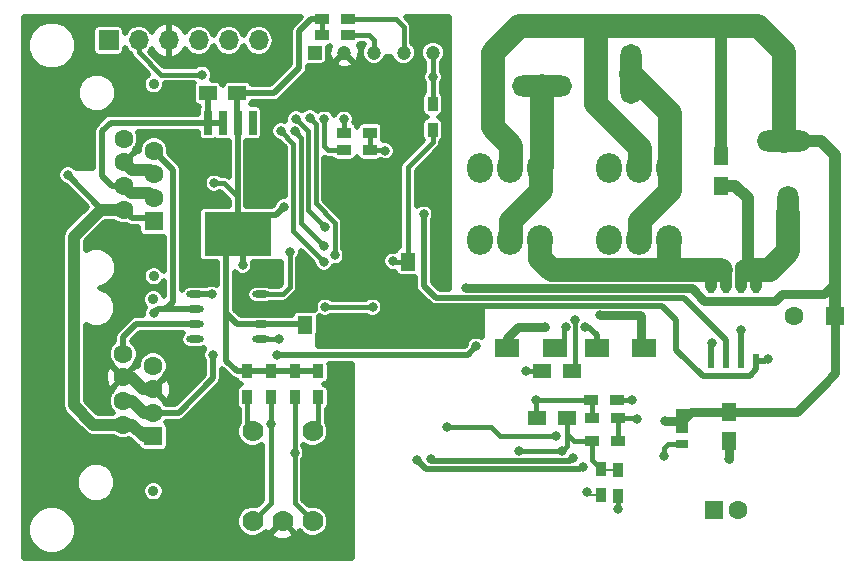
<source format=gbl>
G04 #@! TF.FileFunction,Copper,L2,Bot,Signal*
%FSLAX46Y46*%
G04 Gerber Fmt 4.6, Leading zero omitted, Abs format (unit mm)*
G04 Created by KiCad (PCBNEW 4.0.5) date 04/04/17 09:28:52*
%MOMM*%
%LPD*%
G01*
G04 APERTURE LIST*
%ADD10C,0.100000*%
%ADD11C,1.200000*%
%ADD12R,1.200000X1.200000*%
%ADD13O,2.200000X2.499360*%
%ADD14R,0.508000X1.143000*%
%ADD15O,1.473200X0.609600*%
%ADD16C,0.900000*%
%ADD17C,1.600000*%
%ADD18R,1.600000X1.600000*%
%ADD19O,1.800000X5.100000*%
%ADD20O,5.100000X1.800000*%
%ADD21R,1.100000X2.000000*%
%ADD22R,1.100000X0.800000*%
%ADD23R,1.250000X1.500000*%
%ADD24R,1.200000X0.900000*%
%ADD25R,2.000000X1.600000*%
%ADD26R,1.500000X1.250000*%
%ADD27R,0.900000X1.200000*%
%ADD28R,0.680000X2.123950*%
%ADD29R,5.699760X3.749550*%
%ADD30R,1.700000X1.700000*%
%ADD31O,1.700000X1.700000*%
%ADD32O,4.600000X1.800000*%
%ADD33O,1.800000X4.600000*%
%ADD34C,1.778000*%
%ADD35C,0.800000*%
%ADD36C,0.800000*%
%ADD37C,1.000000*%
%ADD38C,2.000000*%
%ADD39C,0.450000*%
%ADD40C,0.203200*%
%ADD41C,0.500000*%
G04 APERTURE END LIST*
D10*
D11*
X190025000Y-51425000D03*
D12*
X180025000Y-51425000D03*
D11*
X182525000Y-51425000D03*
X185025000Y-51425000D03*
X187525000Y-51425000D03*
D13*
X207465000Y-67275000D03*
X204925000Y-67275000D03*
X210005000Y-67275000D03*
D14*
X213585000Y-77565000D03*
X214855000Y-77565000D03*
X216125000Y-77565000D03*
X217395000Y-77565000D03*
X217395000Y-71215000D03*
X216125000Y-71215000D03*
X214855000Y-71215000D03*
X213585000Y-71215000D03*
D15*
X175494000Y-71895000D03*
X175494000Y-73165000D03*
X175494000Y-74435000D03*
X175494000Y-75705000D03*
X169906000Y-75705000D03*
X169906000Y-74435000D03*
X169906000Y-73165000D03*
X169906000Y-71895000D03*
D16*
X166340000Y-72300000D03*
X166340000Y-88550000D03*
D17*
X166340000Y-77925000D03*
X166340000Y-79925000D03*
X166340000Y-81925000D03*
D18*
X166340000Y-83925000D03*
D17*
X163800000Y-76925000D03*
X163800000Y-78925000D03*
X163800000Y-80925000D03*
X163800000Y-82925000D03*
D19*
X206825000Y-53250000D03*
D20*
X199225000Y-54250000D03*
D21*
X211110000Y-82634000D03*
D22*
X211110000Y-84534000D03*
D18*
X213825000Y-90175000D03*
D17*
X215825000Y-90175000D03*
D23*
X215050000Y-81850000D03*
X215050000Y-84350000D03*
D18*
X224075000Y-73725000D03*
D17*
X220575000Y-73725000D03*
D24*
X205635000Y-80825000D03*
X203435000Y-80825000D03*
X203465000Y-84295000D03*
X205665000Y-84295000D03*
X205655000Y-82395000D03*
X203455000Y-82395000D03*
D23*
X214376000Y-60218000D03*
X214376000Y-62718000D03*
D25*
X203875000Y-76425000D03*
X207875000Y-76425000D03*
X200325000Y-76475000D03*
X196325000Y-76475000D03*
D26*
X199275000Y-78425000D03*
X201775000Y-78425000D03*
D27*
X176300000Y-78400000D03*
X176300000Y-80600000D03*
X178300000Y-78400000D03*
X178300000Y-80600000D03*
X180300000Y-78400000D03*
X180300000Y-80600000D03*
X174300000Y-78400000D03*
X174300000Y-80600000D03*
D28*
X176015520Y-57361500D03*
X173475520Y-57361500D03*
X174745520Y-57361500D03*
X172205520Y-57361500D03*
X170935520Y-57361500D03*
D29*
X173475000Y-66807000D03*
D24*
X180600000Y-48600000D03*
X182800000Y-48600000D03*
X180600000Y-49950000D03*
X182800000Y-49950000D03*
D27*
X204225000Y-86675000D03*
X204225000Y-88875000D03*
X205675000Y-86725000D03*
X205675000Y-88925000D03*
D24*
X182495000Y-58215000D03*
X184695000Y-58215000D03*
X182495000Y-59705000D03*
X184695000Y-59705000D03*
D30*
X162550000Y-50400000D03*
D31*
X165090000Y-50400000D03*
X167630000Y-50400000D03*
X170170000Y-50400000D03*
X172710000Y-50400000D03*
X175250000Y-50400000D03*
D16*
X166390000Y-54100000D03*
X166390000Y-70350000D03*
D17*
X166390000Y-59725000D03*
X166390000Y-61725000D03*
X166390000Y-63725000D03*
D18*
X166390000Y-65725000D03*
D17*
X163850000Y-58725000D03*
X163850000Y-60725000D03*
X163850000Y-62725000D03*
X163850000Y-64725000D03*
D26*
X170955000Y-54877000D03*
X173455000Y-54877000D03*
D23*
X187900000Y-69150000D03*
X187900000Y-71650000D03*
D26*
X201355000Y-82395000D03*
X198855000Y-82395000D03*
D23*
X179200000Y-74450000D03*
X179200000Y-71950000D03*
D32*
X219750000Y-58875000D03*
D33*
X220100000Y-64975000D03*
D34*
X179840000Y-83490000D03*
X174760000Y-83490000D03*
X174760000Y-91110000D03*
X177300000Y-91110000D03*
X179840000Y-91110000D03*
D27*
X190000000Y-57975000D03*
X190000000Y-55775000D03*
D13*
X207465000Y-61175000D03*
X204925000Y-61175000D03*
X210005000Y-61175000D03*
X196565000Y-67275000D03*
X194025000Y-67275000D03*
X199105000Y-67275000D03*
X196565000Y-61175000D03*
X194025000Y-61175000D03*
X199105000Y-61175000D03*
D35*
X209625000Y-82650000D03*
X192850000Y-71350000D03*
X211900000Y-49240000D03*
X215050000Y-85800000D03*
X197925000Y-78425000D03*
X198765000Y-80875000D03*
X177400000Y-64500000D03*
X173900000Y-69400000D03*
X186600000Y-69100000D03*
X171500000Y-62500000D03*
X218350000Y-77350000D03*
X176000000Y-59900000D03*
X173800000Y-73200000D03*
X186600000Y-71800000D03*
X197275000Y-85125000D03*
X200975000Y-85115000D03*
X171400000Y-77000000D03*
X176800000Y-77000000D03*
X193700000Y-76300000D03*
X202695000Y-86475000D03*
X188655000Y-85955000D03*
X189825000Y-85835000D03*
X201845000Y-85755000D03*
X200475000Y-83905000D03*
X191200000Y-83100000D03*
X213600000Y-76050000D03*
X189225000Y-65125000D03*
X216100000Y-74950000D03*
X206400000Y-69900000D03*
X166400000Y-73500000D03*
X159100000Y-61800000D03*
X177120000Y-58060000D03*
X170490000Y-53280000D03*
X180790000Y-69140000D03*
X180800000Y-67810000D03*
X178300000Y-58100000D03*
X178410000Y-57050000D03*
X180870000Y-66170000D03*
X179590000Y-56940000D03*
X181700000Y-68600000D03*
X209575000Y-85575000D03*
X199500000Y-74700000D03*
X204200000Y-73675000D03*
X207600000Y-73700000D03*
X171300000Y-71900000D03*
X180830000Y-57070000D03*
X185950000Y-59725000D03*
X182495000Y-57065000D03*
X207275000Y-82405000D03*
X205650000Y-90100000D03*
X203075000Y-88650000D03*
X206845000Y-80825000D03*
X178300000Y-85300000D03*
X176300000Y-82900000D03*
X184900000Y-73000000D03*
X180900000Y-73000000D03*
X177900000Y-68300000D03*
X177000000Y-75700000D03*
X202900000Y-74675000D03*
X202075000Y-74100000D03*
X201275000Y-74675000D03*
X190025000Y-53500000D03*
D36*
X211110000Y-82634000D02*
X209641000Y-82634000D01*
X209641000Y-82634000D02*
X209625000Y-82650000D01*
X223050000Y-71850000D02*
X223125000Y-71850000D01*
X213000000Y-72450000D02*
X218950000Y-72450000D01*
X218950000Y-72450000D02*
X219550000Y-71850000D01*
X219550000Y-71850000D02*
X223050000Y-71850000D01*
X211947598Y-71397598D02*
X213000000Y-72450000D01*
X192897598Y-71397598D02*
X211947598Y-71397598D01*
X192850000Y-71350000D02*
X192897598Y-71397598D01*
X223125000Y-71850000D02*
X224075000Y-70900000D01*
X215050000Y-81850000D02*
X220800000Y-81850000D01*
X223000000Y-79650000D02*
X224075000Y-78575000D01*
X224075000Y-78575000D02*
X224075000Y-73725000D01*
X220800000Y-81850000D02*
X223000000Y-79650000D01*
X215050000Y-81850000D02*
X211894000Y-81850000D01*
X211894000Y-81850000D02*
X211110000Y-82634000D01*
D37*
X214376000Y-60218000D02*
X214376000Y-49376000D01*
X214376000Y-49376000D02*
X214200000Y-49200000D01*
D36*
X211900000Y-49240000D02*
X211900000Y-49200000D01*
X211900000Y-49200000D02*
X211900000Y-49240000D01*
X211900000Y-49240000D02*
X211900000Y-49200000D01*
D38*
X214200000Y-49200000D02*
X211900000Y-49200000D01*
X211900000Y-49200000D02*
X203800000Y-49200000D01*
X203825000Y-55805000D02*
X203825000Y-49200000D01*
X207545000Y-59525000D02*
X203825000Y-55805000D01*
X203800000Y-49890000D02*
X203800000Y-49200000D01*
X203825000Y-49200000D02*
X203800000Y-49225000D01*
X219750000Y-58875000D02*
X219750000Y-51375000D01*
X219750000Y-51375000D02*
X217575000Y-49200000D01*
X217575000Y-49200000D02*
X214200000Y-49200000D01*
X203800000Y-49200000D02*
X197300000Y-49200000D01*
X197300000Y-49200000D02*
X195075000Y-51425000D01*
X195075000Y-51425000D02*
X195075000Y-57750000D01*
X195075000Y-57750000D02*
X196645000Y-59320000D01*
D37*
X224075000Y-73725000D02*
X224075000Y-72875000D01*
X224075000Y-72875000D02*
X224075000Y-70900000D01*
X224075000Y-70900000D02*
X224075000Y-60095000D01*
X222855000Y-58875000D02*
X219750000Y-58875000D01*
X224075000Y-60095000D02*
X222855000Y-58875000D01*
D38*
X196645000Y-59320000D02*
X196645000Y-61175000D01*
X207545000Y-61175000D02*
X207545000Y-59525000D01*
D36*
X215050000Y-84350000D02*
X215050000Y-85800000D01*
D38*
X218520000Y-69825000D02*
X220100000Y-68245000D01*
X216600000Y-69825000D02*
X216662000Y-69825000D01*
X218520000Y-69825000D02*
X216662000Y-69825000D01*
X220100000Y-68245000D02*
X220100000Y-64975000D01*
D37*
X214376000Y-62718000D02*
X215626000Y-62718000D01*
X216662000Y-63754000D02*
X216662000Y-69600000D01*
X215626000Y-62718000D02*
X216662000Y-63754000D01*
X217395000Y-71215000D02*
X217395000Y-69600000D01*
X216125000Y-71215000D02*
X216125000Y-69600000D01*
D39*
X199275000Y-78425000D02*
X197925000Y-78425000D01*
X198765000Y-80875000D02*
X198765000Y-82305000D01*
D40*
X198765000Y-82305000D02*
X198855000Y-82395000D01*
D39*
X198815000Y-80825000D02*
X203435000Y-80825000D01*
D40*
X198765000Y-80875000D02*
X198815000Y-80825000D01*
D39*
X203455000Y-82395000D02*
X203455000Y-80845000D01*
D40*
X203455000Y-80845000D02*
X203435000Y-80825000D01*
X203465000Y-82405000D02*
X203455000Y-82395000D01*
D39*
X180600000Y-49950000D02*
X180600000Y-48600000D01*
X187900000Y-69150000D02*
X187900000Y-61125000D01*
X190000000Y-59025000D02*
X190000000Y-57975000D01*
X187900000Y-61125000D02*
X190000000Y-59025000D01*
D41*
X176360000Y-65180000D02*
X175102000Y-65180000D01*
X175102000Y-65180000D02*
X173475000Y-66807000D01*
X176720000Y-65180000D02*
X176360000Y-65180000D01*
X176360000Y-65180000D02*
X176330000Y-65180000D01*
X177400000Y-64500000D02*
X176720000Y-65180000D01*
X173900000Y-69400000D02*
X173900000Y-67232000D01*
X173900000Y-67232000D02*
X173475000Y-66807000D01*
X173455000Y-54877000D02*
X176523000Y-54877000D01*
X179700000Y-48600000D02*
X180600000Y-48600000D01*
X178700000Y-49600000D02*
X179700000Y-48600000D01*
X178700000Y-52700000D02*
X178700000Y-49600000D01*
X176523000Y-54877000D02*
X178700000Y-52700000D01*
X172500000Y-73300000D02*
X172500000Y-77500000D01*
X173400000Y-78400000D02*
X174300000Y-78400000D01*
X172500000Y-77500000D02*
X173400000Y-78400000D01*
X175494000Y-74435000D02*
X173435000Y-74435000D01*
X172500000Y-73500000D02*
X172500000Y-73300000D01*
X172500000Y-73300000D02*
X172500000Y-67782000D01*
X173435000Y-74435000D02*
X172500000Y-73500000D01*
X172500000Y-67782000D02*
X173475000Y-66807000D01*
X173475520Y-57361500D02*
X173475000Y-57362020D01*
X173475000Y-57362020D02*
X173475000Y-66807000D01*
X173475520Y-57361500D02*
X173455000Y-57340980D01*
X173455000Y-57340980D02*
X173455000Y-54877000D01*
X175494000Y-74435000D02*
X179185000Y-74435000D01*
X179185000Y-74435000D02*
X179200000Y-74450000D01*
X180300000Y-78400000D02*
X178300000Y-78400000D01*
X178300000Y-78400000D02*
X176300000Y-78400000D01*
X176300000Y-78400000D02*
X174300000Y-78400000D01*
D39*
X186600000Y-69100000D02*
X186650000Y-69150000D01*
X186650000Y-69150000D02*
X187900000Y-69150000D01*
X173475000Y-66807000D02*
X173475000Y-63675000D01*
X172300000Y-62500000D02*
X171500000Y-62500000D01*
X173475000Y-63675000D02*
X172300000Y-62500000D01*
D41*
X212850000Y-78800000D02*
X210625000Y-76575000D01*
X210625000Y-74100000D02*
X209397598Y-72872598D01*
X210625000Y-76575000D02*
X210625000Y-74100000D01*
X217395000Y-77565000D02*
X217395000Y-78230000D01*
X216825000Y-78800000D02*
X212850000Y-78800000D01*
X217395000Y-78230000D02*
X216825000Y-78800000D01*
X217395000Y-77565000D02*
X218135000Y-77565000D01*
X218135000Y-77565000D02*
X218350000Y-77350000D01*
X189122598Y-72872598D02*
X187900000Y-71650000D01*
X209397598Y-72872598D02*
X189122598Y-72872598D01*
X217405000Y-77575000D02*
X217395000Y-77565000D01*
X182525000Y-51425000D02*
X176588500Y-57361500D01*
X176588500Y-57361500D02*
X176015520Y-57361500D01*
X176015520Y-57361500D02*
X176015520Y-59884480D01*
X176015520Y-59884480D02*
X176000000Y-59900000D01*
D37*
X163800000Y-78925000D02*
X164425000Y-78925000D01*
X164425000Y-78925000D02*
X165425000Y-79925000D01*
X165425000Y-79925000D02*
X166340000Y-79925000D01*
D41*
X173835000Y-73165000D02*
X175494000Y-73165000D01*
X173800000Y-73200000D02*
X173835000Y-73165000D01*
D37*
X166390000Y-61725000D02*
X166065000Y-61400000D01*
X166065000Y-61400000D02*
X164525000Y-61400000D01*
X164525000Y-61400000D02*
X163850000Y-60725000D01*
D41*
X179200000Y-71800000D02*
X177835000Y-73165000D01*
X177835000Y-73165000D02*
X175494000Y-73165000D01*
X179200000Y-71800000D02*
X186600000Y-71800000D01*
D40*
X179100000Y-71900000D02*
X179200000Y-71800000D01*
D41*
X186750000Y-71650000D02*
X187900000Y-71650000D01*
D39*
X186600000Y-71800000D02*
X186750000Y-71650000D01*
X200975000Y-85115000D02*
X197285000Y-85115000D01*
D40*
X197285000Y-85115000D02*
X197275000Y-85125000D01*
D39*
X203465000Y-84295000D02*
X203465000Y-85915000D01*
X203465000Y-85915000D02*
X204225000Y-86675000D01*
D40*
X205675000Y-86725000D02*
X204275000Y-86725000D01*
X204275000Y-86725000D02*
X204225000Y-86675000D01*
D39*
X203465000Y-84295000D02*
X201955000Y-84295000D01*
X201955000Y-84295000D02*
X201355000Y-83695000D01*
X201355000Y-82395000D02*
X201355000Y-83695000D01*
X201355000Y-83695000D02*
X201355000Y-84735000D01*
X201355000Y-84735000D02*
X200975000Y-85115000D01*
D41*
X163850000Y-62725000D02*
X162825000Y-62725000D01*
X162738500Y-57361500D02*
X170935520Y-57361500D01*
X162000000Y-58100000D02*
X162738500Y-57361500D01*
X162000000Y-61900000D02*
X162000000Y-58100000D01*
X162825000Y-62725000D02*
X162000000Y-61900000D01*
X192500000Y-77000000D02*
X193000000Y-77000000D01*
X168475000Y-81925000D02*
X171400000Y-79000000D01*
X171400000Y-79000000D02*
X171400000Y-77000000D01*
X176800000Y-77000000D02*
X192500000Y-77000000D01*
X166340000Y-81925000D02*
X168475000Y-81925000D01*
X193000000Y-77000000D02*
X193700000Y-76300000D01*
D37*
X163800000Y-80925000D02*
X164525000Y-80925000D01*
X164525000Y-80925000D02*
X165525000Y-81925000D01*
X165525000Y-81925000D02*
X166340000Y-81925000D01*
D41*
X172205520Y-57361500D02*
X170935520Y-57361500D01*
X170955000Y-54877000D02*
X170935520Y-54896480D01*
X170935520Y-54896480D02*
X170935520Y-57361500D01*
D37*
X166390000Y-63725000D02*
X165965000Y-63300000D01*
X165965000Y-63300000D02*
X164425000Y-63300000D01*
X164425000Y-63300000D02*
X163850000Y-62725000D01*
D41*
X188655000Y-85955000D02*
X189400000Y-86700000D01*
X202470000Y-86700000D02*
X202695000Y-86475000D01*
X189400000Y-86700000D02*
X202470000Y-86700000D01*
D40*
X202585000Y-86585000D02*
X201005000Y-86585000D01*
X202695000Y-86475000D02*
X202585000Y-86585000D01*
X202695000Y-86475000D02*
X202645000Y-86425000D01*
D41*
X201845000Y-85755000D02*
X201825998Y-85755000D01*
X189990000Y-86000000D02*
X189825000Y-85835000D01*
X201580998Y-86000000D02*
X189990000Y-86000000D01*
X201825998Y-85755000D02*
X201580998Y-86000000D01*
D39*
X200475000Y-83905000D02*
X195705000Y-83905000D01*
X194900000Y-83100000D02*
X191200000Y-83100000D01*
X195705000Y-83905000D02*
X194900000Y-83100000D01*
D41*
X213585000Y-77565000D02*
X213585000Y-76065000D01*
X213585000Y-76065000D02*
X213600000Y-76050000D01*
X213570000Y-77550000D02*
X213585000Y-77565000D01*
X189225000Y-69900000D02*
X189225000Y-71150000D01*
X211275000Y-72200000D02*
X214855000Y-75780000D01*
X190275000Y-72200000D02*
X211275000Y-72200000D01*
X189225000Y-71150000D02*
X190275000Y-72200000D01*
X189225000Y-69900000D02*
X189225000Y-65125000D01*
X214855000Y-75780000D02*
X214855000Y-77565000D01*
X216125000Y-74975000D02*
X216125000Y-77565000D01*
X216100000Y-74950000D02*
X216125000Y-74975000D01*
D38*
X210005000Y-67275000D02*
X210005000Y-69825000D01*
D36*
X206400000Y-69900000D02*
X206400000Y-69825000D01*
X206400000Y-69825000D02*
X206400000Y-69900000D01*
X206400000Y-69900000D02*
X206400000Y-69825000D01*
D38*
X199105000Y-67275000D02*
X199105000Y-68875196D01*
X200054804Y-69825000D02*
X206400000Y-69825000D01*
X206400000Y-69825000D02*
X210050000Y-69825000D01*
X210050000Y-69825000D02*
X214400000Y-69825000D01*
X199105000Y-68875196D02*
X200054804Y-69825000D01*
D37*
X214855000Y-71215000D02*
X214855000Y-69600000D01*
X213585000Y-71215000D02*
X213585000Y-69600000D01*
X213620000Y-70300000D02*
X213620000Y-69600000D01*
X213620000Y-69635000D02*
X213620000Y-70300000D01*
X213585000Y-69600000D02*
X213620000Y-69635000D01*
D41*
X166390000Y-59725000D02*
X168000000Y-61335000D01*
X168000000Y-72500000D02*
X167335000Y-73165000D01*
X168000000Y-61335000D02*
X168000000Y-72500000D01*
X166735000Y-73165000D02*
X167335000Y-73165000D01*
X167335000Y-73165000D02*
X169906000Y-73165000D01*
X166400000Y-73500000D02*
X166735000Y-73165000D01*
X162025000Y-64725000D02*
X163850000Y-64725000D01*
X159100000Y-61800000D02*
X162025000Y-64725000D01*
D37*
X163850000Y-64725000D02*
X161875000Y-64725000D01*
X161225000Y-82925000D02*
X163800000Y-82925000D01*
X159600000Y-81300000D02*
X161225000Y-82925000D01*
X159600000Y-67000000D02*
X159600000Y-81300000D01*
X161875000Y-64725000D02*
X159600000Y-67000000D01*
X163800000Y-82925000D02*
X164525000Y-82925000D01*
X164525000Y-82925000D02*
X165525000Y-83925000D01*
X165525000Y-83925000D02*
X166340000Y-83925000D01*
D41*
X166390000Y-65725000D02*
X166065000Y-65400000D01*
X166065000Y-65400000D02*
X164525000Y-65400000D01*
X164525000Y-65400000D02*
X163850000Y-64725000D01*
X169906000Y-74435000D02*
X164865000Y-74435000D01*
X163800000Y-75500000D02*
X163800000Y-76925000D01*
X164865000Y-74435000D02*
X163800000Y-75500000D01*
D39*
X178190000Y-66540000D02*
X180790000Y-69140000D01*
X178190000Y-59130000D02*
X178190000Y-66540000D01*
X177120000Y-58060000D02*
X178190000Y-59130000D01*
X168550000Y-53280000D02*
X166980000Y-53280000D01*
X165090000Y-51390000D02*
X165090000Y-50400000D01*
X166980000Y-53280000D02*
X165090000Y-51390000D01*
D40*
X168400000Y-53280000D02*
X168550000Y-53280000D01*
D39*
X168550000Y-53280000D02*
X170490000Y-53280000D01*
X178820000Y-58620000D02*
X178820000Y-65830000D01*
X178820000Y-65830000D02*
X180800000Y-67810000D01*
X178300000Y-58100000D02*
X178820000Y-58620000D01*
X178410000Y-57050000D02*
X179440000Y-58080000D01*
X179440000Y-64740000D02*
X180870000Y-66170000D01*
X179440000Y-58080000D02*
X179440000Y-64740000D01*
X181700000Y-66020000D02*
X181700000Y-65820000D01*
X180080000Y-57430000D02*
X179590000Y-56940000D01*
X180080000Y-64200000D02*
X180080000Y-57430000D01*
X181700000Y-65820000D02*
X180080000Y-64200000D01*
X181700000Y-67300000D02*
X181700000Y-68600000D01*
X181700000Y-67300000D02*
X181700000Y-66020000D01*
D40*
X181700000Y-66020000D02*
X181700000Y-65940000D01*
D39*
X209575000Y-85575000D02*
X209575000Y-84875000D01*
X209916000Y-84534000D02*
X211110000Y-84534000D01*
X209575000Y-84875000D02*
X209916000Y-84534000D01*
X210616000Y-84534000D02*
X211110000Y-84534000D01*
D38*
X196645000Y-65655000D02*
X196645000Y-67275000D01*
D36*
X199500000Y-74700000D02*
X197200000Y-74700000D01*
X196325000Y-75575000D02*
X196325000Y-76475000D01*
X197200000Y-74700000D02*
X196325000Y-75575000D01*
X196645000Y-76155000D02*
X196325000Y-76475000D01*
D38*
X199225000Y-54250000D02*
X199225000Y-61135000D01*
X199225000Y-61135000D02*
X199185000Y-61175000D01*
X199185000Y-61175000D02*
X199185000Y-63115000D01*
X199185000Y-63115000D02*
X196645000Y-65655000D01*
D36*
X204200000Y-73675000D02*
X206325000Y-73675000D01*
D38*
X207545000Y-65655000D02*
X207545000Y-67275000D01*
D36*
X207600000Y-73700000D02*
X207600000Y-76150000D01*
X207600000Y-76150000D02*
X207875000Y-76425000D01*
X207575000Y-73675000D02*
X206325000Y-73675000D01*
X207600000Y-73700000D02*
X207575000Y-73675000D01*
X207600000Y-76150000D02*
X207875000Y-76425000D01*
D38*
X210085000Y-61175000D02*
X210085000Y-56510000D01*
X210085000Y-56510000D02*
X206825000Y-53250000D01*
X210085000Y-61175000D02*
X210085000Y-63115000D01*
X210085000Y-63115000D02*
X207545000Y-65655000D01*
D41*
X169906000Y-71895000D02*
X171295000Y-71895000D01*
D40*
X171295000Y-71895000D02*
X171300000Y-71900000D01*
D39*
X180825000Y-59375000D02*
X181155000Y-59705000D01*
X181155000Y-59705000D02*
X182495000Y-59705000D01*
X180825000Y-57075000D02*
X180825000Y-59375000D01*
X180830000Y-57070000D02*
X180825000Y-57075000D01*
X184695000Y-59705000D02*
X185930000Y-59705000D01*
X185930000Y-59705000D02*
X185950000Y-59725000D01*
X184695000Y-58215000D02*
X184695000Y-59705000D01*
X182495000Y-58215000D02*
X182495000Y-57065000D01*
X205665000Y-84295000D02*
X205665000Y-82405000D01*
D40*
X205665000Y-82405000D02*
X205655000Y-82395000D01*
D39*
X205655000Y-82395000D02*
X207265000Y-82395000D01*
D40*
X207265000Y-82395000D02*
X207275000Y-82405000D01*
D39*
X205675000Y-88925000D02*
X205675000Y-90075000D01*
D40*
X205675000Y-90075000D02*
X205650000Y-90100000D01*
X204225000Y-88875000D02*
X203300000Y-88875000D01*
X203300000Y-88875000D02*
X203075000Y-88650000D01*
D39*
X205635000Y-80825000D02*
X206845000Y-80825000D01*
X182800000Y-49950000D02*
X184600000Y-49950000D01*
X185025000Y-50375000D02*
X185025000Y-51425000D01*
X184600000Y-49950000D02*
X185025000Y-50375000D01*
X186200000Y-48600000D02*
X186900000Y-48600000D01*
X187525000Y-49225000D02*
X187525000Y-51425000D01*
X186900000Y-48600000D02*
X187525000Y-49225000D01*
X186200000Y-48600000D02*
X182800000Y-48600000D01*
X174300000Y-80600000D02*
X174300000Y-83030000D01*
D40*
X174300000Y-83030000D02*
X174760000Y-83490000D01*
D39*
X180300000Y-80600000D02*
X180300000Y-83030000D01*
D40*
X180300000Y-83030000D02*
X179840000Y-83490000D01*
D39*
X178300000Y-80600000D02*
X178300000Y-85300000D01*
X178300000Y-85300000D02*
X178300000Y-89570000D01*
X178300000Y-89570000D02*
X179840000Y-91110000D01*
X176300000Y-80600000D02*
X176300000Y-82900000D01*
X176300000Y-82900000D02*
X176300000Y-89570000D01*
X176300000Y-89570000D02*
X174760000Y-91110000D01*
X180900000Y-73000000D02*
X184900000Y-73000000D01*
X175494000Y-71895000D02*
X177305000Y-71895000D01*
X177900000Y-71300000D02*
X177900000Y-68300000D01*
X177305000Y-71895000D02*
X177900000Y-71300000D01*
X175494000Y-75705000D02*
X176995000Y-75705000D01*
D40*
X176995000Y-75705000D02*
X177000000Y-75700000D01*
D41*
X202900000Y-74675000D02*
X203175000Y-74675000D01*
X203875000Y-75375000D02*
X203875000Y-76425000D01*
X203175000Y-74675000D02*
X203875000Y-75375000D01*
D39*
X202075000Y-77375000D02*
X202075000Y-78125000D01*
X202075000Y-74100000D02*
X202075000Y-77375000D01*
X202075000Y-78125000D02*
X201775000Y-78425000D01*
X201100000Y-75300000D02*
X201100000Y-75675000D01*
X201100000Y-74850000D02*
X201100000Y-75300000D01*
X201275000Y-74675000D02*
X201100000Y-74850000D01*
X190025000Y-53500000D02*
X190025000Y-55750000D01*
X190025000Y-55750000D02*
X190000000Y-55775000D01*
X190025000Y-53500000D02*
X190025000Y-51425000D01*
D41*
G36*
X178166841Y-49066841D02*
X178003395Y-49311457D01*
X177945999Y-49600000D01*
X177946000Y-49600005D01*
X177946000Y-52387683D01*
X176210682Y-54123000D01*
X174694600Y-54123000D01*
X174683730Y-54065229D01*
X174573348Y-53893691D01*
X174404925Y-53778613D01*
X174205000Y-53738127D01*
X172705000Y-53738127D01*
X172518229Y-53773270D01*
X172346691Y-53883652D01*
X172231613Y-54052075D01*
X172205509Y-54180978D01*
X172183730Y-54065229D01*
X172073348Y-53893691D01*
X171904925Y-53778613D01*
X171705000Y-53738127D01*
X171278605Y-53738127D01*
X171393842Y-53460606D01*
X171394156Y-53100972D01*
X171256820Y-52768594D01*
X171002743Y-52514073D01*
X170670606Y-52376158D01*
X170310972Y-52375844D01*
X169978594Y-52513180D01*
X169940708Y-52551000D01*
X167281962Y-52551000D01*
X166074455Y-51343493D01*
X166218210Y-51128348D01*
X166261049Y-51243586D01*
X166688081Y-51703247D01*
X167258511Y-51964500D01*
X167374503Y-51987572D01*
X167626000Y-51818494D01*
X167626000Y-50404000D01*
X167606000Y-50404000D01*
X167606000Y-50396000D01*
X167626000Y-50396000D01*
X167626000Y-48981506D01*
X167634000Y-48981506D01*
X167634000Y-50396000D01*
X167654000Y-50396000D01*
X167654000Y-50404000D01*
X167634000Y-50404000D01*
X167634000Y-51818494D01*
X167885497Y-51987572D01*
X168001489Y-51964500D01*
X168571919Y-51703247D01*
X168998951Y-51243586D01*
X169041790Y-51128348D01*
X169212577Y-51383949D01*
X169651847Y-51677459D01*
X170170000Y-51780526D01*
X170688153Y-51677459D01*
X171127423Y-51383949D01*
X171420933Y-50944679D01*
X171440000Y-50848823D01*
X171459067Y-50944679D01*
X171752577Y-51383949D01*
X172191847Y-51677459D01*
X172710000Y-51780526D01*
X173228153Y-51677459D01*
X173667423Y-51383949D01*
X173960933Y-50944679D01*
X173980000Y-50848823D01*
X173999067Y-50944679D01*
X174292577Y-51383949D01*
X174731847Y-51677459D01*
X175250000Y-51780526D01*
X175768153Y-51677459D01*
X176207423Y-51383949D01*
X176500933Y-50944679D01*
X176604000Y-50426526D01*
X176604000Y-50373474D01*
X176500933Y-49855321D01*
X176207423Y-49416051D01*
X175768153Y-49122541D01*
X175250000Y-49019474D01*
X174731847Y-49122541D01*
X174292577Y-49416051D01*
X173999067Y-49855321D01*
X173980000Y-49951177D01*
X173960933Y-49855321D01*
X173667423Y-49416051D01*
X173228153Y-49122541D01*
X172710000Y-49019474D01*
X172191847Y-49122541D01*
X171752577Y-49416051D01*
X171459067Y-49855321D01*
X171440000Y-49951177D01*
X171420933Y-49855321D01*
X171127423Y-49416051D01*
X170688153Y-49122541D01*
X170170000Y-49019474D01*
X169651847Y-49122541D01*
X169212577Y-49416051D01*
X169041790Y-49671652D01*
X168998951Y-49556414D01*
X168571919Y-49096753D01*
X168001489Y-48835500D01*
X167885497Y-48812428D01*
X167634000Y-48981506D01*
X167626000Y-48981506D01*
X167374503Y-48812428D01*
X167258511Y-48835500D01*
X166688081Y-49096753D01*
X166261049Y-49556414D01*
X166218210Y-49671652D01*
X166047423Y-49416051D01*
X165608153Y-49122541D01*
X165090000Y-49019474D01*
X164571847Y-49122541D01*
X164132577Y-49416051D01*
X163913873Y-49743366D01*
X163913873Y-49550000D01*
X163878730Y-49363229D01*
X163768348Y-49191691D01*
X163599925Y-49076613D01*
X163400000Y-49036127D01*
X161700000Y-49036127D01*
X161513229Y-49071270D01*
X161341691Y-49181652D01*
X161226613Y-49350075D01*
X161186127Y-49550000D01*
X161186127Y-51250000D01*
X161221270Y-51436771D01*
X161331652Y-51608309D01*
X161500075Y-51723387D01*
X161700000Y-51763873D01*
X163400000Y-51763873D01*
X163586771Y-51728730D01*
X163758309Y-51618348D01*
X163873387Y-51449925D01*
X163913873Y-51250000D01*
X163913873Y-51056634D01*
X164132577Y-51383949D01*
X164394625Y-51559043D01*
X164416492Y-51668976D01*
X164574519Y-51905481D01*
X165927790Y-53258752D01*
X165850308Y-53290767D01*
X165581710Y-53558897D01*
X165436166Y-53909405D01*
X165435835Y-54288930D01*
X165580767Y-54639692D01*
X165848897Y-54908290D01*
X166199405Y-55053834D01*
X166578930Y-55054165D01*
X166929692Y-54909233D01*
X167198290Y-54641103D01*
X167343834Y-54290595D01*
X167344080Y-54009000D01*
X169761045Y-54009000D01*
X169731613Y-54052075D01*
X169691127Y-54252000D01*
X169691127Y-55502000D01*
X169726270Y-55688771D01*
X169836652Y-55860309D01*
X170005075Y-55975387D01*
X170181520Y-56011118D01*
X170181520Y-56012684D01*
X170122133Y-56099600D01*
X170081647Y-56299525D01*
X170081647Y-56607500D01*
X162738505Y-56607500D01*
X162738500Y-56607499D01*
X162449957Y-56664895D01*
X162205341Y-56828341D01*
X162205339Y-56828344D01*
X161466841Y-57566841D01*
X161303395Y-57811457D01*
X161245999Y-58100000D01*
X161246000Y-58100005D01*
X161246000Y-61225000D01*
X159803337Y-61225000D01*
X159612743Y-61034073D01*
X159280606Y-60896158D01*
X158920972Y-60895844D01*
X158588594Y-61033180D01*
X158334073Y-61287257D01*
X158196158Y-61619394D01*
X158195844Y-61979028D01*
X158333180Y-62311406D01*
X158587257Y-62565927D01*
X158919394Y-62703842D01*
X158937540Y-62703858D01*
X160706906Y-64473224D01*
X158890065Y-66290065D01*
X158672425Y-66615786D01*
X158596000Y-67000000D01*
X158596000Y-81300000D01*
X158672425Y-81684214D01*
X158890065Y-82009935D01*
X160515065Y-83634935D01*
X160840786Y-83852575D01*
X161225000Y-83929000D01*
X162959722Y-83929000D01*
X163060379Y-84029833D01*
X163539480Y-84228773D01*
X164058244Y-84229226D01*
X164306697Y-84126567D01*
X164815065Y-84634936D01*
X165037095Y-84783291D01*
X165061270Y-84911771D01*
X165171652Y-85083309D01*
X165340075Y-85198387D01*
X165540000Y-85238873D01*
X167140000Y-85238873D01*
X167326771Y-85203730D01*
X167498309Y-85093348D01*
X167613387Y-84924925D01*
X167653873Y-84725000D01*
X167653873Y-83125000D01*
X167618730Y-82938229D01*
X167508348Y-82766691D01*
X167409941Y-82699452D01*
X167430429Y-82679000D01*
X168474995Y-82679000D01*
X168475000Y-82679001D01*
X168763543Y-82621605D01*
X169008159Y-82458159D01*
X171933156Y-79533161D01*
X171933159Y-79533159D01*
X172096605Y-79288543D01*
X172108494Y-79228773D01*
X172154001Y-79000000D01*
X172154000Y-78999995D01*
X172154000Y-78220318D01*
X172866839Y-78933156D01*
X172866841Y-78933159D01*
X173011525Y-79029833D01*
X173111456Y-79096605D01*
X173363747Y-79146790D01*
X173371270Y-79186771D01*
X173481652Y-79358309D01*
X173650075Y-79473387D01*
X173778978Y-79499491D01*
X173663229Y-79521270D01*
X173491691Y-79631652D01*
X173376613Y-79800075D01*
X173336127Y-80000000D01*
X173336127Y-81200000D01*
X173371270Y-81386771D01*
X173481652Y-81558309D01*
X173571000Y-81619358D01*
X173571000Y-82720998D01*
X173367243Y-83211700D01*
X173366759Y-83765869D01*
X173578384Y-84278040D01*
X173969899Y-84670239D01*
X174481700Y-84882757D01*
X175035869Y-84883241D01*
X175548040Y-84671616D01*
X175571000Y-84648696D01*
X175571000Y-89268038D01*
X175097297Y-89741741D01*
X175038300Y-89717243D01*
X174484131Y-89716759D01*
X173971960Y-89928384D01*
X173579761Y-90319899D01*
X173367243Y-90831700D01*
X173366759Y-91385869D01*
X173578384Y-91898040D01*
X173969899Y-92290239D01*
X174481700Y-92502757D01*
X175035869Y-92503241D01*
X175548040Y-92291616D01*
X175673625Y-92166249D01*
X176249408Y-92166249D01*
X176316190Y-92470903D01*
X176911873Y-92743798D01*
X177566644Y-92767962D01*
X178180822Y-92539716D01*
X178283810Y-92470903D01*
X178350592Y-92166249D01*
X177300000Y-91115657D01*
X176249408Y-92166249D01*
X175673625Y-92166249D01*
X175864622Y-91975586D01*
X175870284Y-91990822D01*
X175939097Y-92093810D01*
X176243751Y-92160592D01*
X177294343Y-91110000D01*
X177280201Y-91095858D01*
X177285858Y-91090201D01*
X177300000Y-91104343D01*
X177314142Y-91090201D01*
X177319799Y-91095858D01*
X177305657Y-91110000D01*
X178356249Y-92160592D01*
X178660903Y-92093810D01*
X178721585Y-91961351D01*
X179049899Y-92290239D01*
X179561700Y-92502757D01*
X180115869Y-92503241D01*
X180628040Y-92291616D01*
X181020239Y-91900101D01*
X181232757Y-91388300D01*
X181233241Y-90834131D01*
X181021616Y-90321960D01*
X180630101Y-89929761D01*
X180118300Y-89717243D01*
X179564131Y-89716759D01*
X179502986Y-89742024D01*
X179029000Y-89268038D01*
X179029000Y-85849606D01*
X179065927Y-85812743D01*
X179203842Y-85480606D01*
X179204156Y-85120972D01*
X179066820Y-84788594D01*
X179029000Y-84750708D01*
X179029000Y-84649303D01*
X179049899Y-84670239D01*
X179561700Y-84882757D01*
X180115869Y-84883241D01*
X180628040Y-84671616D01*
X181020239Y-84280101D01*
X181232757Y-83768300D01*
X181233241Y-83214131D01*
X181029000Y-82719831D01*
X181029000Y-81619382D01*
X181108309Y-81568348D01*
X181223387Y-81399925D01*
X181263873Y-81200000D01*
X181263873Y-80000000D01*
X181228730Y-79813229D01*
X181118348Y-79641691D01*
X180949925Y-79526613D01*
X180821022Y-79500509D01*
X180936771Y-79478730D01*
X181108309Y-79368348D01*
X181223387Y-79199925D01*
X181263873Y-79000000D01*
X181263873Y-77800000D01*
X181255218Y-77754000D01*
X183158655Y-77754000D01*
X183150000Y-77800000D01*
X183150000Y-94246000D01*
X155354000Y-94246000D01*
X155354000Y-92241675D01*
X155670635Y-92241675D01*
X155990275Y-93015263D01*
X156581624Y-93607645D01*
X157354652Y-93928634D01*
X158191675Y-93929365D01*
X158965263Y-93609725D01*
X159557645Y-93018376D01*
X159878634Y-92245348D01*
X159879365Y-91408325D01*
X159559725Y-90634737D01*
X158968376Y-90042355D01*
X158195348Y-89721366D01*
X157358325Y-89720635D01*
X156584737Y-90040275D01*
X155992355Y-90631624D01*
X155671366Y-91404652D01*
X155670635Y-92241675D01*
X155354000Y-92241675D01*
X155354000Y-88162459D01*
X159795705Y-88162459D01*
X160054577Y-88788977D01*
X160533501Y-89268738D01*
X161159567Y-89528703D01*
X161837459Y-89529295D01*
X162463977Y-89270423D01*
X162943738Y-88791499D01*
X162965566Y-88738930D01*
X165385835Y-88738930D01*
X165530767Y-89089692D01*
X165798897Y-89358290D01*
X166149405Y-89503834D01*
X166528930Y-89504165D01*
X166879692Y-89359233D01*
X167148290Y-89091103D01*
X167293834Y-88740595D01*
X167294165Y-88361070D01*
X167149233Y-88010308D01*
X166881103Y-87741710D01*
X166530595Y-87596166D01*
X166151070Y-87595835D01*
X165800308Y-87740767D01*
X165531710Y-88008897D01*
X165386166Y-88359405D01*
X165385835Y-88738930D01*
X162965566Y-88738930D01*
X163203703Y-88165433D01*
X163204295Y-87487541D01*
X162945423Y-86861023D01*
X162466499Y-86381262D01*
X161840433Y-86121297D01*
X161162541Y-86120705D01*
X160536023Y-86379577D01*
X160056262Y-86858501D01*
X159796297Y-87484567D01*
X159795705Y-88162459D01*
X155354000Y-88162459D01*
X155354000Y-55162459D01*
X159845705Y-55162459D01*
X160104577Y-55788977D01*
X160583501Y-56268738D01*
X161209567Y-56528703D01*
X161887459Y-56529295D01*
X162513977Y-56270423D01*
X162993738Y-55791499D01*
X163253703Y-55165433D01*
X163254295Y-54487541D01*
X162995423Y-53861023D01*
X162516499Y-53381262D01*
X161890433Y-53121297D01*
X161212541Y-53120705D01*
X160586023Y-53379577D01*
X160106262Y-53858501D01*
X159846297Y-54484567D01*
X159845705Y-55162459D01*
X155354000Y-55162459D01*
X155354000Y-51241675D01*
X155670635Y-51241675D01*
X155990275Y-52015263D01*
X156581624Y-52607645D01*
X157354652Y-52928634D01*
X158191675Y-52929365D01*
X158965263Y-52609725D01*
X159557645Y-52018376D01*
X159878634Y-51245348D01*
X159879365Y-50408325D01*
X159559725Y-49634737D01*
X158968376Y-49042355D01*
X158195348Y-48721366D01*
X157358325Y-48720635D01*
X156584737Y-49040275D01*
X155992355Y-49631624D01*
X155671366Y-50404652D01*
X155670635Y-51241675D01*
X155354000Y-51241675D01*
X155354000Y-48404000D01*
X178829683Y-48404000D01*
X178166841Y-49066841D01*
X178166841Y-49066841D01*
G37*
X178166841Y-49066841D02*
X178003395Y-49311457D01*
X177945999Y-49600000D01*
X177946000Y-49600005D01*
X177946000Y-52387683D01*
X176210682Y-54123000D01*
X174694600Y-54123000D01*
X174683730Y-54065229D01*
X174573348Y-53893691D01*
X174404925Y-53778613D01*
X174205000Y-53738127D01*
X172705000Y-53738127D01*
X172518229Y-53773270D01*
X172346691Y-53883652D01*
X172231613Y-54052075D01*
X172205509Y-54180978D01*
X172183730Y-54065229D01*
X172073348Y-53893691D01*
X171904925Y-53778613D01*
X171705000Y-53738127D01*
X171278605Y-53738127D01*
X171393842Y-53460606D01*
X171394156Y-53100972D01*
X171256820Y-52768594D01*
X171002743Y-52514073D01*
X170670606Y-52376158D01*
X170310972Y-52375844D01*
X169978594Y-52513180D01*
X169940708Y-52551000D01*
X167281962Y-52551000D01*
X166074455Y-51343493D01*
X166218210Y-51128348D01*
X166261049Y-51243586D01*
X166688081Y-51703247D01*
X167258511Y-51964500D01*
X167374503Y-51987572D01*
X167626000Y-51818494D01*
X167626000Y-50404000D01*
X167606000Y-50404000D01*
X167606000Y-50396000D01*
X167626000Y-50396000D01*
X167626000Y-48981506D01*
X167634000Y-48981506D01*
X167634000Y-50396000D01*
X167654000Y-50396000D01*
X167654000Y-50404000D01*
X167634000Y-50404000D01*
X167634000Y-51818494D01*
X167885497Y-51987572D01*
X168001489Y-51964500D01*
X168571919Y-51703247D01*
X168998951Y-51243586D01*
X169041790Y-51128348D01*
X169212577Y-51383949D01*
X169651847Y-51677459D01*
X170170000Y-51780526D01*
X170688153Y-51677459D01*
X171127423Y-51383949D01*
X171420933Y-50944679D01*
X171440000Y-50848823D01*
X171459067Y-50944679D01*
X171752577Y-51383949D01*
X172191847Y-51677459D01*
X172710000Y-51780526D01*
X173228153Y-51677459D01*
X173667423Y-51383949D01*
X173960933Y-50944679D01*
X173980000Y-50848823D01*
X173999067Y-50944679D01*
X174292577Y-51383949D01*
X174731847Y-51677459D01*
X175250000Y-51780526D01*
X175768153Y-51677459D01*
X176207423Y-51383949D01*
X176500933Y-50944679D01*
X176604000Y-50426526D01*
X176604000Y-50373474D01*
X176500933Y-49855321D01*
X176207423Y-49416051D01*
X175768153Y-49122541D01*
X175250000Y-49019474D01*
X174731847Y-49122541D01*
X174292577Y-49416051D01*
X173999067Y-49855321D01*
X173980000Y-49951177D01*
X173960933Y-49855321D01*
X173667423Y-49416051D01*
X173228153Y-49122541D01*
X172710000Y-49019474D01*
X172191847Y-49122541D01*
X171752577Y-49416051D01*
X171459067Y-49855321D01*
X171440000Y-49951177D01*
X171420933Y-49855321D01*
X171127423Y-49416051D01*
X170688153Y-49122541D01*
X170170000Y-49019474D01*
X169651847Y-49122541D01*
X169212577Y-49416051D01*
X169041790Y-49671652D01*
X168998951Y-49556414D01*
X168571919Y-49096753D01*
X168001489Y-48835500D01*
X167885497Y-48812428D01*
X167634000Y-48981506D01*
X167626000Y-48981506D01*
X167374503Y-48812428D01*
X167258511Y-48835500D01*
X166688081Y-49096753D01*
X166261049Y-49556414D01*
X166218210Y-49671652D01*
X166047423Y-49416051D01*
X165608153Y-49122541D01*
X165090000Y-49019474D01*
X164571847Y-49122541D01*
X164132577Y-49416051D01*
X163913873Y-49743366D01*
X163913873Y-49550000D01*
X163878730Y-49363229D01*
X163768348Y-49191691D01*
X163599925Y-49076613D01*
X163400000Y-49036127D01*
X161700000Y-49036127D01*
X161513229Y-49071270D01*
X161341691Y-49181652D01*
X161226613Y-49350075D01*
X161186127Y-49550000D01*
X161186127Y-51250000D01*
X161221270Y-51436771D01*
X161331652Y-51608309D01*
X161500075Y-51723387D01*
X161700000Y-51763873D01*
X163400000Y-51763873D01*
X163586771Y-51728730D01*
X163758309Y-51618348D01*
X163873387Y-51449925D01*
X163913873Y-51250000D01*
X163913873Y-51056634D01*
X164132577Y-51383949D01*
X164394625Y-51559043D01*
X164416492Y-51668976D01*
X164574519Y-51905481D01*
X165927790Y-53258752D01*
X165850308Y-53290767D01*
X165581710Y-53558897D01*
X165436166Y-53909405D01*
X165435835Y-54288930D01*
X165580767Y-54639692D01*
X165848897Y-54908290D01*
X166199405Y-55053834D01*
X166578930Y-55054165D01*
X166929692Y-54909233D01*
X167198290Y-54641103D01*
X167343834Y-54290595D01*
X167344080Y-54009000D01*
X169761045Y-54009000D01*
X169731613Y-54052075D01*
X169691127Y-54252000D01*
X169691127Y-55502000D01*
X169726270Y-55688771D01*
X169836652Y-55860309D01*
X170005075Y-55975387D01*
X170181520Y-56011118D01*
X170181520Y-56012684D01*
X170122133Y-56099600D01*
X170081647Y-56299525D01*
X170081647Y-56607500D01*
X162738505Y-56607500D01*
X162738500Y-56607499D01*
X162449957Y-56664895D01*
X162205341Y-56828341D01*
X162205339Y-56828344D01*
X161466841Y-57566841D01*
X161303395Y-57811457D01*
X161245999Y-58100000D01*
X161246000Y-58100005D01*
X161246000Y-61225000D01*
X159803337Y-61225000D01*
X159612743Y-61034073D01*
X159280606Y-60896158D01*
X158920972Y-60895844D01*
X158588594Y-61033180D01*
X158334073Y-61287257D01*
X158196158Y-61619394D01*
X158195844Y-61979028D01*
X158333180Y-62311406D01*
X158587257Y-62565927D01*
X158919394Y-62703842D01*
X158937540Y-62703858D01*
X160706906Y-64473224D01*
X158890065Y-66290065D01*
X158672425Y-66615786D01*
X158596000Y-67000000D01*
X158596000Y-81300000D01*
X158672425Y-81684214D01*
X158890065Y-82009935D01*
X160515065Y-83634935D01*
X160840786Y-83852575D01*
X161225000Y-83929000D01*
X162959722Y-83929000D01*
X163060379Y-84029833D01*
X163539480Y-84228773D01*
X164058244Y-84229226D01*
X164306697Y-84126567D01*
X164815065Y-84634936D01*
X165037095Y-84783291D01*
X165061270Y-84911771D01*
X165171652Y-85083309D01*
X165340075Y-85198387D01*
X165540000Y-85238873D01*
X167140000Y-85238873D01*
X167326771Y-85203730D01*
X167498309Y-85093348D01*
X167613387Y-84924925D01*
X167653873Y-84725000D01*
X167653873Y-83125000D01*
X167618730Y-82938229D01*
X167508348Y-82766691D01*
X167409941Y-82699452D01*
X167430429Y-82679000D01*
X168474995Y-82679000D01*
X168475000Y-82679001D01*
X168763543Y-82621605D01*
X169008159Y-82458159D01*
X171933156Y-79533161D01*
X171933159Y-79533159D01*
X172096605Y-79288543D01*
X172108494Y-79228773D01*
X172154001Y-79000000D01*
X172154000Y-78999995D01*
X172154000Y-78220318D01*
X172866839Y-78933156D01*
X172866841Y-78933159D01*
X173011525Y-79029833D01*
X173111456Y-79096605D01*
X173363747Y-79146790D01*
X173371270Y-79186771D01*
X173481652Y-79358309D01*
X173650075Y-79473387D01*
X173778978Y-79499491D01*
X173663229Y-79521270D01*
X173491691Y-79631652D01*
X173376613Y-79800075D01*
X173336127Y-80000000D01*
X173336127Y-81200000D01*
X173371270Y-81386771D01*
X173481652Y-81558309D01*
X173571000Y-81619358D01*
X173571000Y-82720998D01*
X173367243Y-83211700D01*
X173366759Y-83765869D01*
X173578384Y-84278040D01*
X173969899Y-84670239D01*
X174481700Y-84882757D01*
X175035869Y-84883241D01*
X175548040Y-84671616D01*
X175571000Y-84648696D01*
X175571000Y-89268038D01*
X175097297Y-89741741D01*
X175038300Y-89717243D01*
X174484131Y-89716759D01*
X173971960Y-89928384D01*
X173579761Y-90319899D01*
X173367243Y-90831700D01*
X173366759Y-91385869D01*
X173578384Y-91898040D01*
X173969899Y-92290239D01*
X174481700Y-92502757D01*
X175035869Y-92503241D01*
X175548040Y-92291616D01*
X175673625Y-92166249D01*
X176249408Y-92166249D01*
X176316190Y-92470903D01*
X176911873Y-92743798D01*
X177566644Y-92767962D01*
X178180822Y-92539716D01*
X178283810Y-92470903D01*
X178350592Y-92166249D01*
X177300000Y-91115657D01*
X176249408Y-92166249D01*
X175673625Y-92166249D01*
X175864622Y-91975586D01*
X175870284Y-91990822D01*
X175939097Y-92093810D01*
X176243751Y-92160592D01*
X177294343Y-91110000D01*
X177280201Y-91095858D01*
X177285858Y-91090201D01*
X177300000Y-91104343D01*
X177314142Y-91090201D01*
X177319799Y-91095858D01*
X177305657Y-91110000D01*
X178356249Y-92160592D01*
X178660903Y-92093810D01*
X178721585Y-91961351D01*
X179049899Y-92290239D01*
X179561700Y-92502757D01*
X180115869Y-92503241D01*
X180628040Y-92291616D01*
X181020239Y-91900101D01*
X181232757Y-91388300D01*
X181233241Y-90834131D01*
X181021616Y-90321960D01*
X180630101Y-89929761D01*
X180118300Y-89717243D01*
X179564131Y-89716759D01*
X179502986Y-89742024D01*
X179029000Y-89268038D01*
X179029000Y-85849606D01*
X179065927Y-85812743D01*
X179203842Y-85480606D01*
X179204156Y-85120972D01*
X179066820Y-84788594D01*
X179029000Y-84750708D01*
X179029000Y-84649303D01*
X179049899Y-84670239D01*
X179561700Y-84882757D01*
X180115869Y-84883241D01*
X180628040Y-84671616D01*
X181020239Y-84280101D01*
X181232757Y-83768300D01*
X181233241Y-83214131D01*
X181029000Y-82719831D01*
X181029000Y-81619382D01*
X181108309Y-81568348D01*
X181223387Y-81399925D01*
X181263873Y-81200000D01*
X181263873Y-80000000D01*
X181228730Y-79813229D01*
X181118348Y-79641691D01*
X180949925Y-79526613D01*
X180821022Y-79500509D01*
X180936771Y-79478730D01*
X181108309Y-79368348D01*
X181223387Y-79199925D01*
X181263873Y-79000000D01*
X181263873Y-77800000D01*
X181255218Y-77754000D01*
X183158655Y-77754000D01*
X183150000Y-77800000D01*
X183150000Y-94246000D01*
X155354000Y-94246000D01*
X155354000Y-92241675D01*
X155670635Y-92241675D01*
X155990275Y-93015263D01*
X156581624Y-93607645D01*
X157354652Y-93928634D01*
X158191675Y-93929365D01*
X158965263Y-93609725D01*
X159557645Y-93018376D01*
X159878634Y-92245348D01*
X159879365Y-91408325D01*
X159559725Y-90634737D01*
X158968376Y-90042355D01*
X158195348Y-89721366D01*
X157358325Y-89720635D01*
X156584737Y-90040275D01*
X155992355Y-90631624D01*
X155671366Y-91404652D01*
X155670635Y-92241675D01*
X155354000Y-92241675D01*
X155354000Y-88162459D01*
X159795705Y-88162459D01*
X160054577Y-88788977D01*
X160533501Y-89268738D01*
X161159567Y-89528703D01*
X161837459Y-89529295D01*
X162463977Y-89270423D01*
X162943738Y-88791499D01*
X162965566Y-88738930D01*
X165385835Y-88738930D01*
X165530767Y-89089692D01*
X165798897Y-89358290D01*
X166149405Y-89503834D01*
X166528930Y-89504165D01*
X166879692Y-89359233D01*
X167148290Y-89091103D01*
X167293834Y-88740595D01*
X167294165Y-88361070D01*
X167149233Y-88010308D01*
X166881103Y-87741710D01*
X166530595Y-87596166D01*
X166151070Y-87595835D01*
X165800308Y-87740767D01*
X165531710Y-88008897D01*
X165386166Y-88359405D01*
X165385835Y-88738930D01*
X162965566Y-88738930D01*
X163203703Y-88165433D01*
X163204295Y-87487541D01*
X162945423Y-86861023D01*
X162466499Y-86381262D01*
X161840433Y-86121297D01*
X161162541Y-86120705D01*
X160536023Y-86379577D01*
X160056262Y-86858501D01*
X159796297Y-87484567D01*
X159795705Y-88162459D01*
X155354000Y-88162459D01*
X155354000Y-55162459D01*
X159845705Y-55162459D01*
X160104577Y-55788977D01*
X160583501Y-56268738D01*
X161209567Y-56528703D01*
X161887459Y-56529295D01*
X162513977Y-56270423D01*
X162993738Y-55791499D01*
X163253703Y-55165433D01*
X163254295Y-54487541D01*
X162995423Y-53861023D01*
X162516499Y-53381262D01*
X161890433Y-53121297D01*
X161212541Y-53120705D01*
X160586023Y-53379577D01*
X160106262Y-53858501D01*
X159846297Y-54484567D01*
X159845705Y-55162459D01*
X155354000Y-55162459D01*
X155354000Y-51241675D01*
X155670635Y-51241675D01*
X155990275Y-52015263D01*
X156581624Y-52607645D01*
X157354652Y-52928634D01*
X158191675Y-52929365D01*
X158965263Y-52609725D01*
X159557645Y-52018376D01*
X159878634Y-51245348D01*
X159879365Y-50408325D01*
X159559725Y-49634737D01*
X158968376Y-49042355D01*
X158195348Y-48721366D01*
X157358325Y-48720635D01*
X156584737Y-49040275D01*
X155992355Y-49631624D01*
X155671366Y-50404652D01*
X155670635Y-51241675D01*
X155354000Y-51241675D01*
X155354000Y-48404000D01*
X178829683Y-48404000D01*
X178166841Y-49066841D01*
G36*
X163110379Y-65829833D02*
X163589480Y-66028773D01*
X164108244Y-66029226D01*
X164125157Y-66022237D01*
X164236456Y-66096605D01*
X164525000Y-66154001D01*
X164525005Y-66154000D01*
X165076127Y-66154000D01*
X165076127Y-66525000D01*
X165111270Y-66711771D01*
X165221652Y-66883309D01*
X165390075Y-66998387D01*
X165590000Y-67038873D01*
X167190000Y-67038873D01*
X167246000Y-67028336D01*
X167246000Y-69923493D01*
X167199233Y-69810308D01*
X166931103Y-69541710D01*
X166580595Y-69396166D01*
X166201070Y-69395835D01*
X165850308Y-69540767D01*
X165581710Y-69808897D01*
X165436166Y-70159405D01*
X165435835Y-70538930D01*
X165580767Y-70889692D01*
X165848897Y-71158290D01*
X166199405Y-71303834D01*
X166578930Y-71304165D01*
X166929692Y-71159233D01*
X167198290Y-70891103D01*
X167246000Y-70776205D01*
X167246000Y-71994502D01*
X167149233Y-71760308D01*
X166881103Y-71491710D01*
X166530595Y-71346166D01*
X166151070Y-71345835D01*
X165800308Y-71490767D01*
X165531710Y-71758897D01*
X165386166Y-72109405D01*
X165385835Y-72488930D01*
X165530767Y-72839692D01*
X165656112Y-72965256D01*
X165634073Y-72987257D01*
X165496158Y-73319394D01*
X165495844Y-73679028D01*
X165496659Y-73681000D01*
X164865000Y-73681000D01*
X164576456Y-73738395D01*
X164478477Y-73803862D01*
X164331841Y-73901841D01*
X164331839Y-73901844D01*
X163266841Y-74966841D01*
X163103395Y-75211457D01*
X163045999Y-75500000D01*
X163046000Y-75500005D01*
X163046000Y-75835158D01*
X162695167Y-76185379D01*
X162496227Y-76664480D01*
X162495774Y-77183244D01*
X162693878Y-77662692D01*
X162837506Y-77806571D01*
X162813574Y-77932917D01*
X163800000Y-78919343D01*
X164786426Y-77932917D01*
X164762516Y-77806690D01*
X164904833Y-77664621D01*
X165103773Y-77185520D01*
X165104226Y-76666756D01*
X164906122Y-76187308D01*
X164554000Y-75834571D01*
X164554000Y-75812318D01*
X165177317Y-75189000D01*
X168840630Y-75189000D01*
X168702661Y-75395486D01*
X168641095Y-75705000D01*
X168702661Y-76014514D01*
X168877987Y-76276908D01*
X169140381Y-76452234D01*
X169449895Y-76513800D01*
X170362105Y-76513800D01*
X170668545Y-76452846D01*
X170634073Y-76487257D01*
X170496158Y-76819394D01*
X170495844Y-77179028D01*
X170633180Y-77511406D01*
X170646000Y-77524248D01*
X170646000Y-78687683D01*
X168162682Y-81171000D01*
X167429842Y-81171000D01*
X167302494Y-81043429D01*
X167326426Y-80917083D01*
X166340000Y-79930657D01*
X166325858Y-79944799D01*
X166320201Y-79939142D01*
X166334343Y-79925000D01*
X166345657Y-79925000D01*
X167332083Y-80911426D01*
X167627489Y-80855471D01*
X167885561Y-80291942D01*
X167908335Y-79672550D01*
X167692344Y-79091591D01*
X167627489Y-78994529D01*
X167332083Y-78938574D01*
X166345657Y-79925000D01*
X166334343Y-79925000D01*
X166320201Y-79910858D01*
X166325858Y-79905201D01*
X166340000Y-79919343D01*
X167326426Y-78932917D01*
X167302516Y-78806690D01*
X167444833Y-78664621D01*
X167643773Y-78185520D01*
X167644226Y-77666756D01*
X167446122Y-77187308D01*
X167079621Y-76820167D01*
X166600520Y-76621227D01*
X166081756Y-76620774D01*
X165602308Y-76818878D01*
X165235167Y-77185379D01*
X165036227Y-77664480D01*
X165035947Y-77984766D01*
X164792083Y-77938574D01*
X163805657Y-78925000D01*
X163819799Y-78939142D01*
X163814142Y-78944799D01*
X163800000Y-78930657D01*
X162813574Y-79917083D01*
X162837484Y-80043310D01*
X162695167Y-80185379D01*
X162496227Y-80664480D01*
X162495774Y-81183244D01*
X162693878Y-81662692D01*
X162951736Y-81921000D01*
X161640870Y-81921000D01*
X160604000Y-80884130D01*
X160604000Y-79177450D01*
X162231665Y-79177450D01*
X162447656Y-79758409D01*
X162512511Y-79855471D01*
X162807917Y-79911426D01*
X163794343Y-78925000D01*
X162807917Y-77938574D01*
X162512511Y-77994529D01*
X162254439Y-78558058D01*
X162231665Y-79177450D01*
X160604000Y-79177450D01*
X160604000Y-74498012D01*
X161159567Y-74728703D01*
X161837459Y-74729295D01*
X162463977Y-74470423D01*
X162943738Y-73991499D01*
X163203703Y-73365433D01*
X163204295Y-72687541D01*
X162945423Y-72061023D01*
X162466499Y-71581262D01*
X161859636Y-71329271D01*
X161887459Y-71329295D01*
X162513977Y-71070423D01*
X162993738Y-70591499D01*
X163253703Y-69965433D01*
X163254295Y-69287541D01*
X162995423Y-68661023D01*
X162516499Y-68181262D01*
X161890433Y-67921297D01*
X161212541Y-67920705D01*
X160604000Y-68172149D01*
X160604000Y-67415870D01*
X162290870Y-65729000D01*
X163009722Y-65729000D01*
X163110379Y-65829833D01*
X163110379Y-65829833D01*
G37*
X163110379Y-65829833D02*
X163589480Y-66028773D01*
X164108244Y-66029226D01*
X164125157Y-66022237D01*
X164236456Y-66096605D01*
X164525000Y-66154001D01*
X164525005Y-66154000D01*
X165076127Y-66154000D01*
X165076127Y-66525000D01*
X165111270Y-66711771D01*
X165221652Y-66883309D01*
X165390075Y-66998387D01*
X165590000Y-67038873D01*
X167190000Y-67038873D01*
X167246000Y-67028336D01*
X167246000Y-69923493D01*
X167199233Y-69810308D01*
X166931103Y-69541710D01*
X166580595Y-69396166D01*
X166201070Y-69395835D01*
X165850308Y-69540767D01*
X165581710Y-69808897D01*
X165436166Y-70159405D01*
X165435835Y-70538930D01*
X165580767Y-70889692D01*
X165848897Y-71158290D01*
X166199405Y-71303834D01*
X166578930Y-71304165D01*
X166929692Y-71159233D01*
X167198290Y-70891103D01*
X167246000Y-70776205D01*
X167246000Y-71994502D01*
X167149233Y-71760308D01*
X166881103Y-71491710D01*
X166530595Y-71346166D01*
X166151070Y-71345835D01*
X165800308Y-71490767D01*
X165531710Y-71758897D01*
X165386166Y-72109405D01*
X165385835Y-72488930D01*
X165530767Y-72839692D01*
X165656112Y-72965256D01*
X165634073Y-72987257D01*
X165496158Y-73319394D01*
X165495844Y-73679028D01*
X165496659Y-73681000D01*
X164865000Y-73681000D01*
X164576456Y-73738395D01*
X164478477Y-73803862D01*
X164331841Y-73901841D01*
X164331839Y-73901844D01*
X163266841Y-74966841D01*
X163103395Y-75211457D01*
X163045999Y-75500000D01*
X163046000Y-75500005D01*
X163046000Y-75835158D01*
X162695167Y-76185379D01*
X162496227Y-76664480D01*
X162495774Y-77183244D01*
X162693878Y-77662692D01*
X162837506Y-77806571D01*
X162813574Y-77932917D01*
X163800000Y-78919343D01*
X164786426Y-77932917D01*
X164762516Y-77806690D01*
X164904833Y-77664621D01*
X165103773Y-77185520D01*
X165104226Y-76666756D01*
X164906122Y-76187308D01*
X164554000Y-75834571D01*
X164554000Y-75812318D01*
X165177317Y-75189000D01*
X168840630Y-75189000D01*
X168702661Y-75395486D01*
X168641095Y-75705000D01*
X168702661Y-76014514D01*
X168877987Y-76276908D01*
X169140381Y-76452234D01*
X169449895Y-76513800D01*
X170362105Y-76513800D01*
X170668545Y-76452846D01*
X170634073Y-76487257D01*
X170496158Y-76819394D01*
X170495844Y-77179028D01*
X170633180Y-77511406D01*
X170646000Y-77524248D01*
X170646000Y-78687683D01*
X168162682Y-81171000D01*
X167429842Y-81171000D01*
X167302494Y-81043429D01*
X167326426Y-80917083D01*
X166340000Y-79930657D01*
X166325858Y-79944799D01*
X166320201Y-79939142D01*
X166334343Y-79925000D01*
X166345657Y-79925000D01*
X167332083Y-80911426D01*
X167627489Y-80855471D01*
X167885561Y-80291942D01*
X167908335Y-79672550D01*
X167692344Y-79091591D01*
X167627489Y-78994529D01*
X167332083Y-78938574D01*
X166345657Y-79925000D01*
X166334343Y-79925000D01*
X166320201Y-79910858D01*
X166325858Y-79905201D01*
X166340000Y-79919343D01*
X167326426Y-78932917D01*
X167302516Y-78806690D01*
X167444833Y-78664621D01*
X167643773Y-78185520D01*
X167644226Y-77666756D01*
X167446122Y-77187308D01*
X167079621Y-76820167D01*
X166600520Y-76621227D01*
X166081756Y-76620774D01*
X165602308Y-76818878D01*
X165235167Y-77185379D01*
X165036227Y-77664480D01*
X165035947Y-77984766D01*
X164792083Y-77938574D01*
X163805657Y-78925000D01*
X163819799Y-78939142D01*
X163814142Y-78944799D01*
X163800000Y-78930657D01*
X162813574Y-79917083D01*
X162837484Y-80043310D01*
X162695167Y-80185379D01*
X162496227Y-80664480D01*
X162495774Y-81183244D01*
X162693878Y-81662692D01*
X162951736Y-81921000D01*
X161640870Y-81921000D01*
X160604000Y-80884130D01*
X160604000Y-79177450D01*
X162231665Y-79177450D01*
X162447656Y-79758409D01*
X162512511Y-79855471D01*
X162807917Y-79911426D01*
X163794343Y-78925000D01*
X162807917Y-77938574D01*
X162512511Y-77994529D01*
X162254439Y-78558058D01*
X162231665Y-79177450D01*
X160604000Y-79177450D01*
X160604000Y-74498012D01*
X161159567Y-74728703D01*
X161837459Y-74729295D01*
X162463977Y-74470423D01*
X162943738Y-73991499D01*
X163203703Y-73365433D01*
X163204295Y-72687541D01*
X162945423Y-72061023D01*
X162466499Y-71581262D01*
X161859636Y-71329271D01*
X161887459Y-71329295D01*
X162513977Y-71070423D01*
X162993738Y-70591499D01*
X163253703Y-69965433D01*
X163254295Y-69287541D01*
X162995423Y-68661023D01*
X162516499Y-68181262D01*
X161890433Y-67921297D01*
X161212541Y-67920705D01*
X160604000Y-68172149D01*
X160604000Y-67415870D01*
X162290870Y-65729000D01*
X163009722Y-65729000D01*
X163110379Y-65829833D01*
G36*
X191350000Y-71446000D02*
X190587317Y-71446000D01*
X189979000Y-70837682D01*
X189979000Y-65649649D01*
X189990927Y-65637743D01*
X190128842Y-65305606D01*
X190129156Y-64945972D01*
X189991820Y-64613594D01*
X189737743Y-64359073D01*
X189405606Y-64221158D01*
X189045972Y-64220844D01*
X188713594Y-64358180D01*
X188629000Y-64442626D01*
X188629000Y-61426962D01*
X190515481Y-59540481D01*
X190673508Y-59303977D01*
X190729000Y-59025000D01*
X190729000Y-58994382D01*
X190808309Y-58943348D01*
X190923387Y-58774925D01*
X190963873Y-58575000D01*
X190963873Y-57375000D01*
X190928730Y-57188229D01*
X190818348Y-57016691D01*
X190649925Y-56901613D01*
X190521022Y-56875509D01*
X190636771Y-56853730D01*
X190808309Y-56743348D01*
X190923387Y-56574925D01*
X190963873Y-56375000D01*
X190963873Y-55175000D01*
X190928730Y-54988229D01*
X190818348Y-54816691D01*
X190754000Y-54772724D01*
X190754000Y-54049606D01*
X190790927Y-54012743D01*
X190928842Y-53680606D01*
X190929156Y-53320972D01*
X190791820Y-52988594D01*
X190754000Y-52950708D01*
X190754000Y-52257203D01*
X190960380Y-52051182D01*
X191128808Y-51645563D01*
X191129192Y-51206364D01*
X190961472Y-50800451D01*
X190651182Y-50489620D01*
X190245563Y-50321192D01*
X189806364Y-50320808D01*
X189400451Y-50488528D01*
X189089620Y-50798818D01*
X188921192Y-51204437D01*
X188920808Y-51643636D01*
X189088528Y-52049549D01*
X189296000Y-52257383D01*
X189296000Y-52950394D01*
X189259073Y-52987257D01*
X189121158Y-53319394D01*
X189120844Y-53679028D01*
X189258180Y-54011406D01*
X189296000Y-54049292D01*
X189296000Y-54739531D01*
X189191691Y-54806652D01*
X189076613Y-54975075D01*
X189036127Y-55175000D01*
X189036127Y-56375000D01*
X189071270Y-56561771D01*
X189181652Y-56733309D01*
X189350075Y-56848387D01*
X189478978Y-56874491D01*
X189363229Y-56896270D01*
X189191691Y-57006652D01*
X189076613Y-57175075D01*
X189036127Y-57375000D01*
X189036127Y-58575000D01*
X189071270Y-58761771D01*
X189134306Y-58859732D01*
X187384519Y-60609519D01*
X187226492Y-60846024D01*
X187171000Y-61125000D01*
X187171000Y-67905696D01*
X187088229Y-67921270D01*
X186916691Y-68031652D01*
X186801613Y-68200075D01*
X186800715Y-68204508D01*
X186780606Y-68196158D01*
X186420972Y-68195844D01*
X186088594Y-68333180D01*
X185834073Y-68587257D01*
X185696158Y-68919394D01*
X185695844Y-69279028D01*
X185833180Y-69611406D01*
X186087257Y-69865927D01*
X186419394Y-70003842D01*
X186779028Y-70004156D01*
X186780603Y-70003505D01*
X186796270Y-70086771D01*
X186906652Y-70258309D01*
X187075075Y-70373387D01*
X187275000Y-70413873D01*
X188471000Y-70413873D01*
X188471000Y-71149995D01*
X188470999Y-71150000D01*
X188528395Y-71438543D01*
X188691841Y-71683159D01*
X189741839Y-72733156D01*
X189741841Y-72733159D01*
X189888477Y-72831138D01*
X189986456Y-72896605D01*
X190275000Y-72954001D01*
X190275005Y-72954000D01*
X194150000Y-72954000D01*
X194150000Y-75508020D01*
X193880606Y-75396158D01*
X193520972Y-75395844D01*
X193188594Y-75533180D01*
X192934073Y-75787257D01*
X192796158Y-76119394D01*
X192796142Y-76137540D01*
X192687682Y-76246000D01*
X180325000Y-76246000D01*
X180325000Y-75268507D01*
X180338873Y-75200000D01*
X180338873Y-73717458D01*
X180387257Y-73765927D01*
X180719394Y-73903842D01*
X181079028Y-73904156D01*
X181411406Y-73766820D01*
X181449292Y-73729000D01*
X184350394Y-73729000D01*
X184387257Y-73765927D01*
X184719394Y-73903842D01*
X185079028Y-73904156D01*
X185411406Y-73766820D01*
X185665927Y-73512743D01*
X185803842Y-73180606D01*
X185804156Y-72820972D01*
X185666820Y-72488594D01*
X185412743Y-72234073D01*
X185080606Y-72096158D01*
X184720972Y-72095844D01*
X184388594Y-72233180D01*
X184350708Y-72271000D01*
X181449606Y-72271000D01*
X181412743Y-72234073D01*
X181080606Y-72096158D01*
X180720972Y-72095844D01*
X180388594Y-72233180D01*
X180134073Y-72487257D01*
X179996158Y-72819394D01*
X179995844Y-73179028D01*
X180014646Y-73224531D01*
X179825000Y-73186127D01*
X178575000Y-73186127D01*
X178388229Y-73221270D01*
X178216691Y-73331652D01*
X178101613Y-73500075D01*
X178064975Y-73681000D01*
X176225604Y-73681000D01*
X175950105Y-73626200D01*
X175037895Y-73626200D01*
X174762396Y-73681000D01*
X173747317Y-73681000D01*
X173254000Y-73187682D01*
X173254000Y-70032437D01*
X173387257Y-70165927D01*
X173719394Y-70303842D01*
X174079028Y-70304156D01*
X174411406Y-70166820D01*
X174665927Y-69912743D01*
X174803842Y-69580606D01*
X174804156Y-69220972D01*
X174793692Y-69195648D01*
X176324880Y-69195648D01*
X176511651Y-69160505D01*
X176527976Y-69150000D01*
X177171000Y-69150000D01*
X177171000Y-70998038D01*
X177003038Y-71166000D01*
X176286908Y-71166000D01*
X176259619Y-71147766D01*
X175950105Y-71086200D01*
X175037895Y-71086200D01*
X174728381Y-71147766D01*
X174465987Y-71323092D01*
X174290661Y-71585486D01*
X174229095Y-71895000D01*
X174290661Y-72204514D01*
X174465987Y-72466908D01*
X174728381Y-72642234D01*
X175037895Y-72703800D01*
X175950105Y-72703800D01*
X176259619Y-72642234D01*
X176286908Y-72624000D01*
X177305000Y-72624000D01*
X177583976Y-72568508D01*
X177820481Y-72410481D01*
X178415481Y-71815481D01*
X178573508Y-71578976D01*
X178629000Y-71300000D01*
X178629000Y-68849606D01*
X178665927Y-68812743D01*
X178803842Y-68480606D01*
X178804100Y-68185062D01*
X179885890Y-69266852D01*
X179885844Y-69319028D01*
X180023180Y-69651406D01*
X180277257Y-69905927D01*
X180609394Y-70043842D01*
X180969028Y-70044156D01*
X181301406Y-69906820D01*
X181555927Y-69652743D01*
X181617720Y-69503928D01*
X181879028Y-69504156D01*
X182211406Y-69366820D01*
X182465927Y-69112743D01*
X182603842Y-68780606D01*
X182604156Y-68420972D01*
X182466820Y-68088594D01*
X182429000Y-68050708D01*
X182429000Y-65820000D01*
X182373508Y-65541024D01*
X182215481Y-65304519D01*
X180809000Y-63898038D01*
X180809000Y-60333725D01*
X180876023Y-60378508D01*
X181155000Y-60434000D01*
X181475618Y-60434000D01*
X181526652Y-60513309D01*
X181695075Y-60628387D01*
X181895000Y-60668873D01*
X183095000Y-60668873D01*
X183281771Y-60633730D01*
X183453309Y-60523348D01*
X183568387Y-60354925D01*
X183594491Y-60226022D01*
X183616270Y-60341771D01*
X183726652Y-60513309D01*
X183895075Y-60628387D01*
X184095000Y-60668873D01*
X185295000Y-60668873D01*
X185481771Y-60633730D01*
X185599195Y-60558169D01*
X185769394Y-60628842D01*
X186129028Y-60629156D01*
X186461406Y-60491820D01*
X186715927Y-60237743D01*
X186853842Y-59905606D01*
X186854156Y-59545972D01*
X186716820Y-59213594D01*
X186462743Y-58959073D01*
X186130606Y-58821158D01*
X185777313Y-58820850D01*
X185808873Y-58665000D01*
X185808873Y-57765000D01*
X185773730Y-57578229D01*
X185663348Y-57406691D01*
X185494925Y-57291613D01*
X185295000Y-57251127D01*
X184095000Y-57251127D01*
X183908229Y-57286270D01*
X183736691Y-57396652D01*
X183621613Y-57565075D01*
X183595509Y-57693978D01*
X183573730Y-57578229D01*
X183463348Y-57406691D01*
X183360994Y-57336755D01*
X183398842Y-57245606D01*
X183399156Y-56885972D01*
X183261820Y-56553594D01*
X183007743Y-56299073D01*
X182675606Y-56161158D01*
X182315972Y-56160844D01*
X181983594Y-56298180D01*
X181729073Y-56552257D01*
X181661471Y-56715061D01*
X181596820Y-56558594D01*
X181342743Y-56304073D01*
X181010606Y-56166158D01*
X180650972Y-56165844D01*
X180318594Y-56303180D01*
X180275033Y-56346665D01*
X180102743Y-56174073D01*
X179770606Y-56036158D01*
X179410972Y-56035844D01*
X179078594Y-56173180D01*
X178945086Y-56306455D01*
X178922743Y-56284073D01*
X178590606Y-56146158D01*
X178230972Y-56145844D01*
X177898594Y-56283180D01*
X177644073Y-56537257D01*
X177506158Y-56869394D01*
X177505844Y-57229028D01*
X177512005Y-57243938D01*
X177300606Y-57156158D01*
X176940972Y-57155844D01*
X176608594Y-57293180D01*
X176354073Y-57547257D01*
X176216158Y-57879394D01*
X176215844Y-58239028D01*
X176353180Y-58571406D01*
X176607257Y-58825927D01*
X176939394Y-58963842D01*
X176992927Y-58963889D01*
X177461000Y-59431961D01*
X177461000Y-63596054D01*
X177220972Y-63595844D01*
X176888594Y-63733180D01*
X176634073Y-63987257D01*
X176496158Y-64319394D01*
X176496142Y-64337540D01*
X176407682Y-64426000D01*
X176362647Y-64426000D01*
X176324880Y-64418352D01*
X174229000Y-64418352D01*
X174229000Y-58901602D01*
X174405520Y-58937348D01*
X175085520Y-58937348D01*
X175272291Y-58902205D01*
X175443829Y-58791823D01*
X175558907Y-58623400D01*
X175599393Y-58423475D01*
X175599393Y-56299525D01*
X175564250Y-56112754D01*
X175453868Y-55941216D01*
X175285445Y-55826138D01*
X175085520Y-55785652D01*
X174621179Y-55785652D01*
X174678387Y-55701925D01*
X174692750Y-55631000D01*
X176522995Y-55631000D01*
X176523000Y-55631001D01*
X176811543Y-55573605D01*
X177056159Y-55410159D01*
X179233156Y-53233161D01*
X179233159Y-53233159D01*
X179396605Y-52988543D01*
X179423810Y-52851776D01*
X179454001Y-52700000D01*
X179454000Y-52699995D01*
X179454000Y-52538873D01*
X180625000Y-52538873D01*
X180811771Y-52503730D01*
X180983309Y-52393348D01*
X181065614Y-52272890D01*
X181682767Y-52272890D01*
X181714389Y-52547516D01*
X182205661Y-52772277D01*
X182745550Y-52791927D01*
X183251862Y-52603475D01*
X183335611Y-52547516D01*
X183367233Y-52272890D01*
X182525000Y-51430657D01*
X181682767Y-52272890D01*
X181065614Y-52272890D01*
X181098387Y-52224925D01*
X181138873Y-52025000D01*
X181138873Y-50913873D01*
X181200000Y-50913873D01*
X181271634Y-50900394D01*
X181177723Y-51105661D01*
X181158073Y-51645550D01*
X181346525Y-52151862D01*
X181402484Y-52235611D01*
X181677110Y-52267233D01*
X182519343Y-51425000D01*
X182505201Y-51410858D01*
X182510858Y-51405201D01*
X182525000Y-51419343D01*
X182539142Y-51405201D01*
X182544799Y-51410858D01*
X182530657Y-51425000D01*
X183372890Y-52267233D01*
X183647516Y-52235611D01*
X183872277Y-51744339D01*
X183891927Y-51204450D01*
X183735153Y-50783248D01*
X183758309Y-50768348D01*
X183819358Y-50679000D01*
X184209647Y-50679000D01*
X184089620Y-50798818D01*
X183921192Y-51204437D01*
X183920808Y-51643636D01*
X184088528Y-52049549D01*
X184398818Y-52360380D01*
X184804437Y-52528808D01*
X185243636Y-52529192D01*
X185649549Y-52361472D01*
X185960380Y-52051182D01*
X186054299Y-51825000D01*
X186495746Y-51825000D01*
X186588528Y-52049549D01*
X186898818Y-52360380D01*
X187304437Y-52528808D01*
X187743636Y-52529192D01*
X188149549Y-52361472D01*
X188460380Y-52051182D01*
X188628808Y-51645563D01*
X188629192Y-51206364D01*
X188461472Y-50800451D01*
X188254000Y-50592617D01*
X188254000Y-49225000D01*
X188214538Y-49026613D01*
X188198508Y-48946023D01*
X188040481Y-48709519D01*
X187734962Y-48404000D01*
X191350000Y-48404000D01*
X191350000Y-71446000D01*
X191350000Y-71446000D01*
G37*
X191350000Y-71446000D02*
X190587317Y-71446000D01*
X189979000Y-70837682D01*
X189979000Y-65649649D01*
X189990927Y-65637743D01*
X190128842Y-65305606D01*
X190129156Y-64945972D01*
X189991820Y-64613594D01*
X189737743Y-64359073D01*
X189405606Y-64221158D01*
X189045972Y-64220844D01*
X188713594Y-64358180D01*
X188629000Y-64442626D01*
X188629000Y-61426962D01*
X190515481Y-59540481D01*
X190673508Y-59303977D01*
X190729000Y-59025000D01*
X190729000Y-58994382D01*
X190808309Y-58943348D01*
X190923387Y-58774925D01*
X190963873Y-58575000D01*
X190963873Y-57375000D01*
X190928730Y-57188229D01*
X190818348Y-57016691D01*
X190649925Y-56901613D01*
X190521022Y-56875509D01*
X190636771Y-56853730D01*
X190808309Y-56743348D01*
X190923387Y-56574925D01*
X190963873Y-56375000D01*
X190963873Y-55175000D01*
X190928730Y-54988229D01*
X190818348Y-54816691D01*
X190754000Y-54772724D01*
X190754000Y-54049606D01*
X190790927Y-54012743D01*
X190928842Y-53680606D01*
X190929156Y-53320972D01*
X190791820Y-52988594D01*
X190754000Y-52950708D01*
X190754000Y-52257203D01*
X190960380Y-52051182D01*
X191128808Y-51645563D01*
X191129192Y-51206364D01*
X190961472Y-50800451D01*
X190651182Y-50489620D01*
X190245563Y-50321192D01*
X189806364Y-50320808D01*
X189400451Y-50488528D01*
X189089620Y-50798818D01*
X188921192Y-51204437D01*
X188920808Y-51643636D01*
X189088528Y-52049549D01*
X189296000Y-52257383D01*
X189296000Y-52950394D01*
X189259073Y-52987257D01*
X189121158Y-53319394D01*
X189120844Y-53679028D01*
X189258180Y-54011406D01*
X189296000Y-54049292D01*
X189296000Y-54739531D01*
X189191691Y-54806652D01*
X189076613Y-54975075D01*
X189036127Y-55175000D01*
X189036127Y-56375000D01*
X189071270Y-56561771D01*
X189181652Y-56733309D01*
X189350075Y-56848387D01*
X189478978Y-56874491D01*
X189363229Y-56896270D01*
X189191691Y-57006652D01*
X189076613Y-57175075D01*
X189036127Y-57375000D01*
X189036127Y-58575000D01*
X189071270Y-58761771D01*
X189134306Y-58859732D01*
X187384519Y-60609519D01*
X187226492Y-60846024D01*
X187171000Y-61125000D01*
X187171000Y-67905696D01*
X187088229Y-67921270D01*
X186916691Y-68031652D01*
X186801613Y-68200075D01*
X186800715Y-68204508D01*
X186780606Y-68196158D01*
X186420972Y-68195844D01*
X186088594Y-68333180D01*
X185834073Y-68587257D01*
X185696158Y-68919394D01*
X185695844Y-69279028D01*
X185833180Y-69611406D01*
X186087257Y-69865927D01*
X186419394Y-70003842D01*
X186779028Y-70004156D01*
X186780603Y-70003505D01*
X186796270Y-70086771D01*
X186906652Y-70258309D01*
X187075075Y-70373387D01*
X187275000Y-70413873D01*
X188471000Y-70413873D01*
X188471000Y-71149995D01*
X188470999Y-71150000D01*
X188528395Y-71438543D01*
X188691841Y-71683159D01*
X189741839Y-72733156D01*
X189741841Y-72733159D01*
X189888477Y-72831138D01*
X189986456Y-72896605D01*
X190275000Y-72954001D01*
X190275005Y-72954000D01*
X194150000Y-72954000D01*
X194150000Y-75508020D01*
X193880606Y-75396158D01*
X193520972Y-75395844D01*
X193188594Y-75533180D01*
X192934073Y-75787257D01*
X192796158Y-76119394D01*
X192796142Y-76137540D01*
X192687682Y-76246000D01*
X180325000Y-76246000D01*
X180325000Y-75268507D01*
X180338873Y-75200000D01*
X180338873Y-73717458D01*
X180387257Y-73765927D01*
X180719394Y-73903842D01*
X181079028Y-73904156D01*
X181411406Y-73766820D01*
X181449292Y-73729000D01*
X184350394Y-73729000D01*
X184387257Y-73765927D01*
X184719394Y-73903842D01*
X185079028Y-73904156D01*
X185411406Y-73766820D01*
X185665927Y-73512743D01*
X185803842Y-73180606D01*
X185804156Y-72820972D01*
X185666820Y-72488594D01*
X185412743Y-72234073D01*
X185080606Y-72096158D01*
X184720972Y-72095844D01*
X184388594Y-72233180D01*
X184350708Y-72271000D01*
X181449606Y-72271000D01*
X181412743Y-72234073D01*
X181080606Y-72096158D01*
X180720972Y-72095844D01*
X180388594Y-72233180D01*
X180134073Y-72487257D01*
X179996158Y-72819394D01*
X179995844Y-73179028D01*
X180014646Y-73224531D01*
X179825000Y-73186127D01*
X178575000Y-73186127D01*
X178388229Y-73221270D01*
X178216691Y-73331652D01*
X178101613Y-73500075D01*
X178064975Y-73681000D01*
X176225604Y-73681000D01*
X175950105Y-73626200D01*
X175037895Y-73626200D01*
X174762396Y-73681000D01*
X173747317Y-73681000D01*
X173254000Y-73187682D01*
X173254000Y-70032437D01*
X173387257Y-70165927D01*
X173719394Y-70303842D01*
X174079028Y-70304156D01*
X174411406Y-70166820D01*
X174665927Y-69912743D01*
X174803842Y-69580606D01*
X174804156Y-69220972D01*
X174793692Y-69195648D01*
X176324880Y-69195648D01*
X176511651Y-69160505D01*
X176527976Y-69150000D01*
X177171000Y-69150000D01*
X177171000Y-70998038D01*
X177003038Y-71166000D01*
X176286908Y-71166000D01*
X176259619Y-71147766D01*
X175950105Y-71086200D01*
X175037895Y-71086200D01*
X174728381Y-71147766D01*
X174465987Y-71323092D01*
X174290661Y-71585486D01*
X174229095Y-71895000D01*
X174290661Y-72204514D01*
X174465987Y-72466908D01*
X174728381Y-72642234D01*
X175037895Y-72703800D01*
X175950105Y-72703800D01*
X176259619Y-72642234D01*
X176286908Y-72624000D01*
X177305000Y-72624000D01*
X177583976Y-72568508D01*
X177820481Y-72410481D01*
X178415481Y-71815481D01*
X178573508Y-71578976D01*
X178629000Y-71300000D01*
X178629000Y-68849606D01*
X178665927Y-68812743D01*
X178803842Y-68480606D01*
X178804100Y-68185062D01*
X179885890Y-69266852D01*
X179885844Y-69319028D01*
X180023180Y-69651406D01*
X180277257Y-69905927D01*
X180609394Y-70043842D01*
X180969028Y-70044156D01*
X181301406Y-69906820D01*
X181555927Y-69652743D01*
X181617720Y-69503928D01*
X181879028Y-69504156D01*
X182211406Y-69366820D01*
X182465927Y-69112743D01*
X182603842Y-68780606D01*
X182604156Y-68420972D01*
X182466820Y-68088594D01*
X182429000Y-68050708D01*
X182429000Y-65820000D01*
X182373508Y-65541024D01*
X182215481Y-65304519D01*
X180809000Y-63898038D01*
X180809000Y-60333725D01*
X180876023Y-60378508D01*
X181155000Y-60434000D01*
X181475618Y-60434000D01*
X181526652Y-60513309D01*
X181695075Y-60628387D01*
X181895000Y-60668873D01*
X183095000Y-60668873D01*
X183281771Y-60633730D01*
X183453309Y-60523348D01*
X183568387Y-60354925D01*
X183594491Y-60226022D01*
X183616270Y-60341771D01*
X183726652Y-60513309D01*
X183895075Y-60628387D01*
X184095000Y-60668873D01*
X185295000Y-60668873D01*
X185481771Y-60633730D01*
X185599195Y-60558169D01*
X185769394Y-60628842D01*
X186129028Y-60629156D01*
X186461406Y-60491820D01*
X186715927Y-60237743D01*
X186853842Y-59905606D01*
X186854156Y-59545972D01*
X186716820Y-59213594D01*
X186462743Y-58959073D01*
X186130606Y-58821158D01*
X185777313Y-58820850D01*
X185808873Y-58665000D01*
X185808873Y-57765000D01*
X185773730Y-57578229D01*
X185663348Y-57406691D01*
X185494925Y-57291613D01*
X185295000Y-57251127D01*
X184095000Y-57251127D01*
X183908229Y-57286270D01*
X183736691Y-57396652D01*
X183621613Y-57565075D01*
X183595509Y-57693978D01*
X183573730Y-57578229D01*
X183463348Y-57406691D01*
X183360994Y-57336755D01*
X183398842Y-57245606D01*
X183399156Y-56885972D01*
X183261820Y-56553594D01*
X183007743Y-56299073D01*
X182675606Y-56161158D01*
X182315972Y-56160844D01*
X181983594Y-56298180D01*
X181729073Y-56552257D01*
X181661471Y-56715061D01*
X181596820Y-56558594D01*
X181342743Y-56304073D01*
X181010606Y-56166158D01*
X180650972Y-56165844D01*
X180318594Y-56303180D01*
X180275033Y-56346665D01*
X180102743Y-56174073D01*
X179770606Y-56036158D01*
X179410972Y-56035844D01*
X179078594Y-56173180D01*
X178945086Y-56306455D01*
X178922743Y-56284073D01*
X178590606Y-56146158D01*
X178230972Y-56145844D01*
X177898594Y-56283180D01*
X177644073Y-56537257D01*
X177506158Y-56869394D01*
X177505844Y-57229028D01*
X177512005Y-57243938D01*
X177300606Y-57156158D01*
X176940972Y-57155844D01*
X176608594Y-57293180D01*
X176354073Y-57547257D01*
X176216158Y-57879394D01*
X176215844Y-58239028D01*
X176353180Y-58571406D01*
X176607257Y-58825927D01*
X176939394Y-58963842D01*
X176992927Y-58963889D01*
X177461000Y-59431961D01*
X177461000Y-63596054D01*
X177220972Y-63595844D01*
X176888594Y-63733180D01*
X176634073Y-63987257D01*
X176496158Y-64319394D01*
X176496142Y-64337540D01*
X176407682Y-64426000D01*
X176362647Y-64426000D01*
X176324880Y-64418352D01*
X174229000Y-64418352D01*
X174229000Y-58901602D01*
X174405520Y-58937348D01*
X175085520Y-58937348D01*
X175272291Y-58902205D01*
X175443829Y-58791823D01*
X175558907Y-58623400D01*
X175599393Y-58423475D01*
X175599393Y-56299525D01*
X175564250Y-56112754D01*
X175453868Y-55941216D01*
X175285445Y-55826138D01*
X175085520Y-55785652D01*
X174621179Y-55785652D01*
X174678387Y-55701925D01*
X174692750Y-55631000D01*
X176522995Y-55631000D01*
X176523000Y-55631001D01*
X176811543Y-55573605D01*
X177056159Y-55410159D01*
X179233156Y-53233161D01*
X179233159Y-53233159D01*
X179396605Y-52988543D01*
X179423810Y-52851776D01*
X179454001Y-52700000D01*
X179454000Y-52699995D01*
X179454000Y-52538873D01*
X180625000Y-52538873D01*
X180811771Y-52503730D01*
X180983309Y-52393348D01*
X181065614Y-52272890D01*
X181682767Y-52272890D01*
X181714389Y-52547516D01*
X182205661Y-52772277D01*
X182745550Y-52791927D01*
X183251862Y-52603475D01*
X183335611Y-52547516D01*
X183367233Y-52272890D01*
X182525000Y-51430657D01*
X181682767Y-52272890D01*
X181065614Y-52272890D01*
X181098387Y-52224925D01*
X181138873Y-52025000D01*
X181138873Y-50913873D01*
X181200000Y-50913873D01*
X181271634Y-50900394D01*
X181177723Y-51105661D01*
X181158073Y-51645550D01*
X181346525Y-52151862D01*
X181402484Y-52235611D01*
X181677110Y-52267233D01*
X182519343Y-51425000D01*
X182505201Y-51410858D01*
X182510858Y-51405201D01*
X182525000Y-51419343D01*
X182539142Y-51405201D01*
X182544799Y-51410858D01*
X182530657Y-51425000D01*
X183372890Y-52267233D01*
X183647516Y-52235611D01*
X183872277Y-51744339D01*
X183891927Y-51204450D01*
X183735153Y-50783248D01*
X183758309Y-50768348D01*
X183819358Y-50679000D01*
X184209647Y-50679000D01*
X184089620Y-50798818D01*
X183921192Y-51204437D01*
X183920808Y-51643636D01*
X184088528Y-52049549D01*
X184398818Y-52360380D01*
X184804437Y-52528808D01*
X185243636Y-52529192D01*
X185649549Y-52361472D01*
X185960380Y-52051182D01*
X186054299Y-51825000D01*
X186495746Y-51825000D01*
X186588528Y-52049549D01*
X186898818Y-52360380D01*
X187304437Y-52528808D01*
X187743636Y-52529192D01*
X188149549Y-52361472D01*
X188460380Y-52051182D01*
X188628808Y-51645563D01*
X188629192Y-51206364D01*
X188461472Y-50800451D01*
X188254000Y-50592617D01*
X188254000Y-49225000D01*
X188214538Y-49026613D01*
X188198508Y-48946023D01*
X188040481Y-48709519D01*
X187734962Y-48404000D01*
X191350000Y-48404000D01*
X191350000Y-71446000D01*
G36*
X170081647Y-58423475D02*
X170116790Y-58610246D01*
X170227172Y-58781784D01*
X170395595Y-58896862D01*
X170595520Y-58937348D01*
X171275520Y-58937348D01*
X171462291Y-58902205D01*
X171571018Y-58832241D01*
X171665595Y-58896862D01*
X171865520Y-58937348D01*
X172545520Y-58937348D01*
X172721000Y-58904330D01*
X172721000Y-61921389D01*
X172578976Y-61826492D01*
X172300000Y-61771000D01*
X172049606Y-61771000D01*
X172012743Y-61734073D01*
X171680606Y-61596158D01*
X171320972Y-61595844D01*
X170988594Y-61733180D01*
X170734073Y-61987257D01*
X170596158Y-62319394D01*
X170595844Y-62679028D01*
X170733180Y-63011406D01*
X170987257Y-63265927D01*
X171319394Y-63403842D01*
X171679028Y-63404156D01*
X172011406Y-63266820D01*
X172023643Y-63254605D01*
X172721000Y-63951962D01*
X172721000Y-64418352D01*
X170625120Y-64418352D01*
X170438349Y-64453495D01*
X170266811Y-64563877D01*
X170151733Y-64732300D01*
X170111247Y-64932225D01*
X170111247Y-68681775D01*
X170146390Y-68868546D01*
X170256772Y-69040084D01*
X170425195Y-69155162D01*
X170625120Y-69195648D01*
X171746000Y-69195648D01*
X171746000Y-71106359D01*
X171480606Y-70996158D01*
X171120972Y-70995844D01*
X170788594Y-71133180D01*
X170780760Y-71141000D01*
X170637604Y-71141000D01*
X170362105Y-71086200D01*
X169449895Y-71086200D01*
X169140381Y-71147766D01*
X168877987Y-71323092D01*
X168754000Y-71508652D01*
X168754000Y-61335005D01*
X168754001Y-61335000D01*
X168696605Y-61046457D01*
X168595969Y-60895844D01*
X168533159Y-60801841D01*
X168533156Y-60801839D01*
X167693793Y-59962476D01*
X167694226Y-59466756D01*
X167496122Y-58987308D01*
X167129621Y-58620167D01*
X166650520Y-58421227D01*
X166131756Y-58420774D01*
X165652308Y-58618878D01*
X165285167Y-58985379D01*
X165086227Y-59464480D01*
X165085947Y-59784766D01*
X164842083Y-59738574D01*
X163855657Y-60725000D01*
X163869799Y-60739142D01*
X163864142Y-60744799D01*
X163850000Y-60730657D01*
X163835858Y-60744799D01*
X163830201Y-60739142D01*
X163844343Y-60725000D01*
X163830201Y-60710858D01*
X163835858Y-60705201D01*
X163850000Y-60719343D01*
X164836426Y-59732917D01*
X164812516Y-59606690D01*
X164954833Y-59464621D01*
X165153773Y-58985520D01*
X165154226Y-58466756D01*
X165009090Y-58115500D01*
X170081647Y-58115500D01*
X170081647Y-58423475D01*
X170081647Y-58423475D01*
G37*
X170081647Y-58423475D02*
X170116790Y-58610246D01*
X170227172Y-58781784D01*
X170395595Y-58896862D01*
X170595520Y-58937348D01*
X171275520Y-58937348D01*
X171462291Y-58902205D01*
X171571018Y-58832241D01*
X171665595Y-58896862D01*
X171865520Y-58937348D01*
X172545520Y-58937348D01*
X172721000Y-58904330D01*
X172721000Y-61921389D01*
X172578976Y-61826492D01*
X172300000Y-61771000D01*
X172049606Y-61771000D01*
X172012743Y-61734073D01*
X171680606Y-61596158D01*
X171320972Y-61595844D01*
X170988594Y-61733180D01*
X170734073Y-61987257D01*
X170596158Y-62319394D01*
X170595844Y-62679028D01*
X170733180Y-63011406D01*
X170987257Y-63265927D01*
X171319394Y-63403842D01*
X171679028Y-63404156D01*
X172011406Y-63266820D01*
X172023643Y-63254605D01*
X172721000Y-63951962D01*
X172721000Y-64418352D01*
X170625120Y-64418352D01*
X170438349Y-64453495D01*
X170266811Y-64563877D01*
X170151733Y-64732300D01*
X170111247Y-64932225D01*
X170111247Y-68681775D01*
X170146390Y-68868546D01*
X170256772Y-69040084D01*
X170425195Y-69155162D01*
X170625120Y-69195648D01*
X171746000Y-69195648D01*
X171746000Y-71106359D01*
X171480606Y-70996158D01*
X171120972Y-70995844D01*
X170788594Y-71133180D01*
X170780760Y-71141000D01*
X170637604Y-71141000D01*
X170362105Y-71086200D01*
X169449895Y-71086200D01*
X169140381Y-71147766D01*
X168877987Y-71323092D01*
X168754000Y-71508652D01*
X168754000Y-61335005D01*
X168754001Y-61335000D01*
X168696605Y-61046457D01*
X168595969Y-60895844D01*
X168533159Y-60801841D01*
X168533156Y-60801839D01*
X167693793Y-59962476D01*
X167694226Y-59466756D01*
X167496122Y-58987308D01*
X167129621Y-58620167D01*
X166650520Y-58421227D01*
X166131756Y-58420774D01*
X165652308Y-58618878D01*
X165285167Y-58985379D01*
X165086227Y-59464480D01*
X165085947Y-59784766D01*
X164842083Y-59738574D01*
X163855657Y-60725000D01*
X163869799Y-60739142D01*
X163864142Y-60744799D01*
X163850000Y-60730657D01*
X163835858Y-60744799D01*
X163830201Y-60739142D01*
X163844343Y-60725000D01*
X163830201Y-60710858D01*
X163835858Y-60705201D01*
X163850000Y-60719343D01*
X164836426Y-59732917D01*
X164812516Y-59606690D01*
X164954833Y-59464621D01*
X165153773Y-58985520D01*
X165154226Y-58466756D01*
X165009090Y-58115500D01*
X170081647Y-58115500D01*
X170081647Y-58423475D01*
G36*
X166409799Y-61710858D02*
X166395657Y-61725000D01*
X166409799Y-61739142D01*
X166404142Y-61744799D01*
X166390000Y-61730657D01*
X166375858Y-61744799D01*
X166370201Y-61739142D01*
X166384343Y-61725000D01*
X166370201Y-61710858D01*
X166375858Y-61705201D01*
X166390000Y-61719343D01*
X166404142Y-61705201D01*
X166409799Y-61710858D01*
X166409799Y-61710858D01*
G37*
X166409799Y-61710858D02*
X166395657Y-61725000D01*
X166409799Y-61739142D01*
X166404142Y-61744799D01*
X166390000Y-61730657D01*
X166375858Y-61744799D01*
X166370201Y-61739142D01*
X166384343Y-61725000D01*
X166370201Y-61710858D01*
X166375858Y-61705201D01*
X166390000Y-61719343D01*
X166404142Y-61705201D01*
X166409799Y-61710858D01*
M02*

</source>
